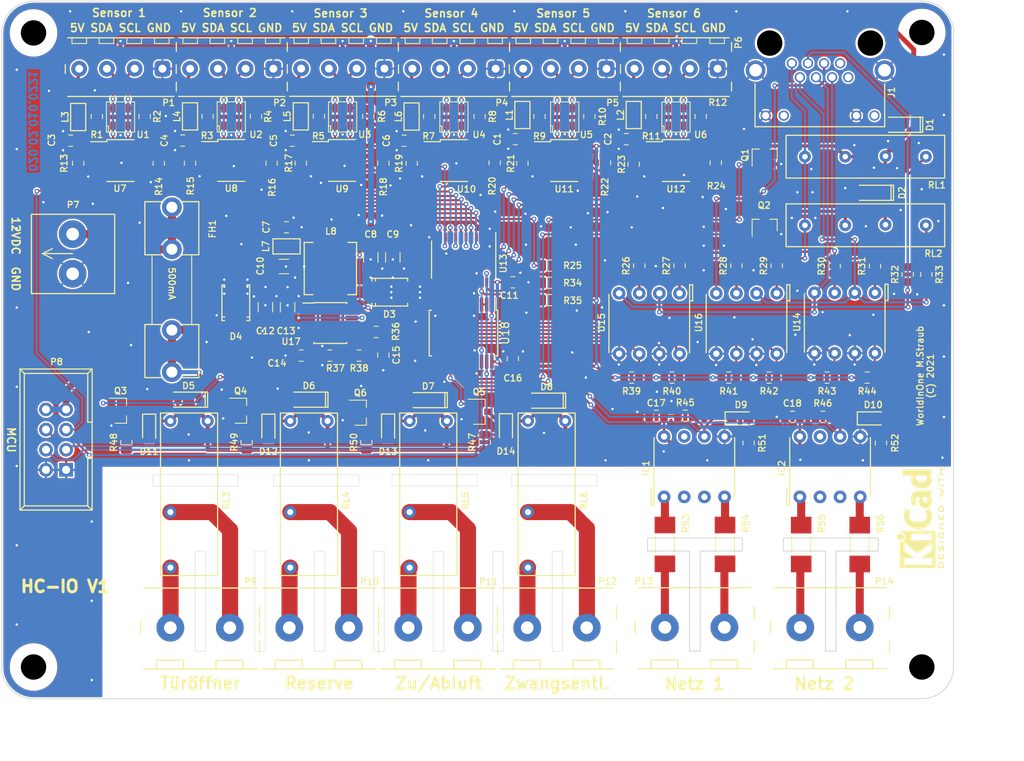
<source format=kicad_pcb>
(kicad_pcb (version 20241229) (generator "pcbnew") (generator_version "9.0")
  (title_block (title "HomeControl Temperature/Humidity Sensor Interface") (date "2020-11-23") (rev "1.0") (company "WorldInOne M.Straub"))
  (layers (0 "F.Cu" signal) (2 "B.Cu" signal) (5 "F.SilkS" user "F.Silkscreen") (7 "B.SilkS" user "B.Silkscreen") (1 "F.Mask" user) (3 "B.Mask" user) (25 "Edge.Cuts" user))
  (net 0 "")
  (net 1 "Net-(D1-Pad2)")
  (net 2 "GND")
  (net 3 "Net-(C14-Pad1)")
  (net 4 "Net-(C15-Pad1)")
  (net 5 "Net-(D12-Pad1)")
  (net 6 "/5V ")
  (net 7 "Net-(IC2-Pad1)")
  (net 8 "Net-(L1-Pad2)")
  (net 9 "Net-(L2-Pad2)")
  (net 10 "Net-(L3-Pad2)")
  (net 11 "Net-(L4-Pad2)")
  (net 12 "/230V & general interface/230V1")
  (net 13 "Net-(L5-Pad2)")
  (net 14 "Net-(L6-Pad2)")
  (net 15 "Net-(R13-Pad2)")
  (net 16 "Net-(R17-Pad2)")
  (net 17 "/AM2315 sensors I2C interface/S0SDA")
  (net 18 "/AM2315 sensors I2C interface/S0SCL")
  (net 19 "/AM2315 sensors I2C interface/S1SDA")
  (net 20 "Net-(R18-Pad2)")
  (net 21 "/AM2315 sensors I2C interface/S1SCL")
  (net 22 "/AM2315 sensors I2C interface/S2SDA")
  (net 23 "Net-(R19-Pad2)")
  (net 24 "Net-(R20-Pad2)")
  (net 25 "Net-(IC1-Pad1)")
  (net 26 "/AM2315 sensors I2C interface/S2SCL")
  (net 27 "no_connect_(IC1-Pad2)")
  (net 28 "/SCL")
  (net 29 "/SDA")
  (net 30 "/AM2315 sensors I2C interface/S3SDA")
  (net 31 "/AM2315 sensors I2C interface/S3SCL")
  (net 32 "/AM2315 sensors I2C interface/S4SDA")
  (net 33 "Net-(P11-Pad1)")
  (net 34 "Net-(P11-Pad2)")
  (net 35 "Net-(P12-Pad1)")
  (net 36 "Net-(P12-Pad2)")
  (net 37 "no_connect_(IC1-Pad3)")
  (net 38 "no_connect_(IC2-Pad2)")
  (net 39 "/230V & general interface/230V2")
  (net 40 "Net-(IC2-Pad4)")
  (net 41 "no_connect_(IC2-Pad3)")
  (net 42 "Net-(R22-Pad2)")
  (net 43 "Net-(R23-Pad2)")
  (net 44 "/AM2315 sensors I2C interface/S4SCL")
  (net 45 "Net-(P13-Pad1)")
  (net 46 "Net-(P13-Pad2)")
  (net 47 "Net-(P14-Pad1)")
  (net 48 "/AM2315 sensors I2C interface/S5SDA")
  (net 49 "Net-(FH1-Pad1)")
  (net 50 "/AM2315 sensors I2C interface/S5SCL")
  (net 51 "Net-(R24-Pad2)")
  (net 52 "Net-(P14-Pad2)")
  (net 53 "no_connect_(U13-Pad17)")
  (net 54 "no_connect_(U13-Pad18)")
  (net 55 "no_connect_(U13-Pad19)")
  (net 56 "no_connect_(U13-Pad20)")
  (net 57 "Net-(D2-Pad2)")
  (net 58 "Net-(D13-Pad1)")
  (net 59 "Net-(D11-Pad1)")
  (net 60 "/12V")
  (net 61 "Net-(D14-Pad1)")
  (net 62 "Net-(D9-Pad2)")
  (net 63 "Net-(D12-Pad2)")
  (net 64 "Net-(R14-Pad2)")
  (net 65 "Net-(R15-Pad2)")
  (net 66 "Net-(R21-Pad2)")
  (net 67 "Net-(IC1-Pad4)")
  (net 68 "Net-(R16-Pad2)")
  (net 69 "/5VMCU")
  (net 70 "/NIORESET")
  (net 71 "Net-(D14-Pad2)")
  (net 72 "Net-(P9-Pad1)")
  (net 73 "/230V & general interface/AUX")
  (net 74 "/230V & general interface/DOOR")
  (net 75 "/230V & general interface/ZWANG")
  (net 76 "/230V & general interface/BTP6")
  (net 77 "/230V & general interface/ZUAB")
  (net 78 "/230V & general interface/ENTFON")
  (net 79 "Net-(R37-Pad2)")
  (net 80 "Net-(P9-Pad2)")
  (net 81 "Net-(P10-Pad1)")
  (net 82 "Net-(P10-Pad2)")
  (net 83 "Net-(D10-Pad2)")
  (net 84 "Net-(D11-Pad2)")
  (net 85 "Net-(R26-Pad1)")
  (net 86 "Net-(D13-Pad2)")
  (net 87 "Net-(R27-Pad1)")
  (net 88 "/NIOINT")
  (net 89 "/230V & general interface/BTP5")
  (net 90 "/230V & general interface/BTP4")
  (net 91 "/230V & general interface/BTP3")
  (net 92 "Net-(R28-Pad1)")
  (net 93 "/230V & general interface/BTP2")
  (net 94 "Net-(R30-Pad1)")
  (net 95 "no_connect_(U18-Pad4)")
  (net 96 "Net-(R29-Pad1)")
  (net 97 "Net-(R31-Pad1)")
  (net 98 "Net-(R32-Pad1)")
  (net 99 "Net-(R33-Pad1)")
  (net 100 "no_connect_(U18-Pad5)")
  (net 101 "no_connect_(J1-Pad8)")
  (net 102 "no_connect_(J1-Pad7)")
  (net 103 "/230V & general interface/BTP1")
  (net 104 "/230V & general interface/BTL6")
  (net 105 "/230V & general interface/BTL3")
  (net 106 "/230V & general interface/BTL4")
  (net 107 "/230V & general interface/BTL1")
  (net 108 "no_connect_(J1-PadGA)")
  (net 109 "no_connect_(J1-PadYA)")
  (net 110 "/230V & general interface/BTL7")
  (net 111 "/230V & general interface/ENTFRH")
  (net 112 "/230V & general interface/BTL5")
  (net 113 "Net-(D3-Pad1)")
  (net 114 "Net-(R36-Pad2)")
  (footprint "Resistor_SMD:R_0805_2012Metric" (layer "F.Cu") (at 200.8505 111.73968 90)
    (property "Reference" "R52")
    (property "Value" "4.7K")
  )
  (footprint "Resistor_SMD:R_0805_2012Metric" (layer "F.Cu") (at 204.216 90.4748 -90)
    (property "Reference" "R32")
    (property "Value" "10K")
  )
  (footprint "Resistor_SMD:R_0805_2012Metric" (layer "F.Cu") (at 182.626 89.378 90)
    (property "Reference" "R28")
    (property "Value" "150E")
  )
  (footprint "Diodes_SMD:SOD-323" (layer "F.Cu") (at 203.708 71.58736 180)
    (property "Reference" "D1")
    (property "Value" "1N4148WS")
  )
  (footprint "Housings_DIP:DIP-8_W7.62mm_Socketed" (layer "F.Cu") (at 173.504422 118.538283 90)
    (property "Reference" "IC1")
    (property "Value" "HCPL-3760")
  )
  (footprint "Housings_TO_SOT_SMD:SOT-23" (layer "F.Cu") (at 120.108696 107.66645)
    (property "Reference" "Q4")
    (property "Value" "BSS138")
  )
  (footprint "Terminal_Blocks:Terminal_Block_KF128_7.5mm-2pol" (layer "F.Cu") (at 115 135.04025 180)
    (property "Reference" "P9")
    (property "Value" "KF128-7.5-2")
  )
  (footprint "Inductors_SMD:INDC2012X110" (layer "F.Cu") (at 155.6385 70.358 90)
    (property "Reference" "L1")
    (property "Value" "FB")
  )
  (footprint "Inductors_SMD:INDC2012X110" (layer "F.Cu") (at 141.6685 70.5485 90)
    (property "Reference" "L6")
    (property "Value" "FB")
  )
  (footprint "Capacitor_SMD:C_0805_2012Metric_95" (layer "F.Cu") (at 168.7345 73.406 180)
    (property "Reference" "C2")
    (property "Value" "1µ")
  )
  (footprint "Capacitor_SMD:C_0805_2012Metric_95" (layer "F.Cu") (at 112.791 73.5815 180)
    (property "Reference" "C4")
    (property "Value" "1µ")
  )
  (footprint "Capacitor_SMD:C_0805_2012Metric_60" (layer "F.Cu") (at 189.687865 108.441002)
    (property "Reference" "C18")
    (property "Value" "100N")
  )
  (footprint "Capacitor_SMD:C_0805_2012Metric_95" (layer "F.Cu") (at 126.619 73.5965 180)
    (property "Reference" "C5")
    (property "Value" "1µ")
  )
  (footprint "Diodes_SMD:SMA_Standard" (layer "F.Cu") (at 119.507 94.0435 90)
    (property "Reference" "D4")
    (property "Value" "SS34")
  )
  (footprint "Terminal_Blocks:KF128-4-3.5" (layer "F.Cu") (at 132.9944 64.5 180)
    (property "Reference" "P3")
    (property "Value" "KF128-4-3.5")
  )
  (footprint "Capacitor_SMD:C_0805_2012Metric_60" (layer "F.Cu") (at 125.883858 84.5185)
    (property "Reference" "C7")
    (property "Value" "100N")
  )
  (footprint "Housings_DIP:DIP-8_W7.62mm_Socketed" (layer "F.Cu") (at 175.4505 92.85224 -90)
    (property "Reference" "U15")
    (property "Value" "LTV-827C")
  )
  (footprint "Housings_TO_SOT_SMD:SOT-23-6" (layer "F.Cu") (at 104.9655 70.612 90)
    (property "Reference" "U1")
    (property "Value" "USBLC6-2SC6")
  )
  (footprint "Resistor_SMD:R_0805_2012Metric" (layer "F.Cu") (at 159.0675 91.53144 180)
    (property "Reference" "R34")
    (property "Value" "2.2K")
  )
  (footprint "Resistor_SMD:R_0805_2012Metric" (layer "F.Cu") (at 186.7385 103.48468)
    (property "Reference" "R42")
    (property "Value" "1K")
  )
  (footprint "Capacitor_SMD:C_1206_3216Metric_95" (layer "F.Cu") (at 126.03099 94.615 90)
    (property "Reference" "C13")
    (property "Value" "22µ")
  )
  (footprint "Diodes_SMD:SOD-323" (layer "F.Cu") (at 158.691796 106.3962 180)
    (property "Reference" "D8")
    (property "Value" "1N4148WS")
  )
  (footprint "Resistor_SMD:R_0805_2012Metric" (layer "F.Cu") (at 101.981 70.5485 90)
    (property "Reference" "R1")
    (property "Value" "680E")
  )
  (footprint "Housings_TO_SOT_SMD:SOT-23" (layer "F.Cu") (at 150.182296 107.79345)
    (property "Reference" "Q5")
    (property "Value" "BSS138")
  )
  (footprint "Diodes_SMD:SOD-323" (layer "F.Cu") (at 113.547796 106.2692 180)
    (property "Reference" "D5")
    (property "Value" "1N4148WS")
  )
  (footprint "MountingHole:MountingHole_3.2mm_M3" (layer "F.Cu") (at 94 140)
    (property "Reference" "MH3" (hide yes))
    (property "Value" "MHNP_M3")
  )
  (footprint "Resistor_SMD:R_0805_2012Metric" (layer "F.Cu") (at 122.047 70.5335 -90)
    (property "Reference" "R4")
    (property "Value" "680E")
  )
  (footprint "Resistor_SMD:R_0805_2012Metric" (layer "F.Cu") (at 108.0135 70.5485 -90)
    (property "Reference" "R2")
    (property "Value" "680E")
  )
  (footprint "Housings_SOIC:SOIC-8_3.9x4.9mm_Pitch1.27mm" (layer "F.Cu") (at 132.9055 76.185)
    (property "Reference" "U9")
    (property "Value" "P82B715")
  )
  (footprint "Inductors_SMD:INDC2012X110" (layer "F.Cu") (at 125.899858 86.9315 180)
    (property "Reference" "L7")
    (property "Value" "FB")
  )
  (footprint "Inductors_SMD:INDC2012X110" (layer "F.Cu") (at 113.7285 70.5335 90)
    (property "Reference" "L4")
    (property "Value" "FB")
  )
  (footprint "Resistor_SMD:R_0805_2012Metric" (layer "F.Cu") (at 150.241 70.5485 -90)
    (property "Reference" "R8")
    (property "Value" "680E")
  )
  (footprint "Housings_TO_SOT_SMD:SOT-23-6" (layer "F.Cu") (at 132.969 70.597 90)
    (property "Reference" "U3")
    (property "Value" "USBLC6-2SC6")
  )
  (footprint "Housings_TO_SOT_SMD:SOT-23-6" (layer "F.Cu") (at 175.006 70.612 90)
    (property "Reference" "U6")
    (property "Value" "USBLC6-2SC6")
  )
  (footprint "MountingHole:MountingHole_3.2mm_M3" (layer "F.Cu") (at 206 140)
    (property "Reference" "MH4" (hide yes))
    (property "Value" "MHNP_M3")
  )
  (footprint "Resistor_SMD:R_0805_2012Metric" (layer "F.Cu") (at 113.7285 76.439 -90)
    (property "Reference" "R15")
    (property "Value" "2.2K")
  )
  (footprint "Housings_DIP:DIP-8_W7.62mm_Socketed" (layer "F.Cu") (at 200.0885 92.7862 -90)
    (property "Reference" "U14")
    (property "Value" "LTV-827C")
  )
  (footprint "Resistor_SMD:R_MELF_MMB-0207" (layer "F.Cu") (at 190.789032 124.55144 -90)
    (property "Reference" "R55")
    (property "Value" "82K")
  )
  (footprint "Resistor_SMD:R_0805_2012Metric" (layer "F.Cu") (at 171.8945 70.5485 90)
    (property "Reference" "R11")
    (property "Value" "680E")
  )
  (footprint "Housings_TO_SOT_SMD:SOT-23" (layer "F.Cu") (at 186.182 75.41768 90)
    (property "Reference" "Q1")
    (property "Value" "BSS138")
  )
  (footprint "Resistor_SMD:R_0805_2012Metric" (layer "F.Cu") (at 150.893496 111.63115 -90)
    (property "Reference" "R47")
    (property "Value" "3.3K")
  )
  (footprint "LEDs:LED_0805" (layer "F.Cu") (at 123.613896 110.00325 -90)
    (property "Reference" "D12")
    (property "Value" "LED0805-G")
  )
  (footprint "Housings_TO_SOT_SMD:SOT-23" (layer "F.Cu") (at 135.205071 107.91025)
    (property "Reference" "Q6")
    (property "Value" "BSS138")
  )
  (footprint "Resistor_SMD:R_0805_2012Metric" (layer "F.Cu") (at 195.0085 89.41816 90)
    (property "Reference" "R30")
    (property "Value" "150E")
  )
  (footprint "Housings_SOIC:SOIC-8_3.9x4.9mm_Pitch1.27mm" (layer "F.Cu") (at 147.0025 76.2)
    (property "Reference" "U10")
    (property "Value" "P82B715")
  )
  (footprint "Resistor_SMD:R_0805_2012Metric" (layer "F.Cu") (at 141.6835 76.454 -90)
    (property "Reference" "R19")
    (property "Value" "2.2K")
  )
  (footprint "Relays_THT:Relais_G5NB" (layer "F.Cu") (at 113.611296 118.2072 -90)
    (property "Reference" "RL3")
    (property "Value" "G5NB-5")
  )
  (footprint "Resistor_SMD:R_MELF_MMB-0207" (layer "F.Cu") (at 198.171835 124.55144 -90)
    (property "Reference" "R56")
    (property "Value" "82K")
  )
  (footprint "Resistor_SMD:R_0805_2012Metric" (layer "F.Cu") (at 169.672 76.581 -90)
    (property "Reference" "R23")
    (property "Value" "2.2K")
  )
  (footprint "Relays_THT:Relais_G5NB" (layer "F.Cu") (at 128.724296 118.2072 -90)
    (property "Reference" "RL4")
    (property "Value" "G5NB-5")
  )
  (footprint "Capacitor_SMD:C_1206_3216Metric_95" (layer "F.Cu") (at 123.23699 94.615 90)
    (property "Reference" "C12")
    (property "Value" "22µ")
  )
  (footprint "Relays_THT:Relais_G5NB" (layer "F.Cu") (at 143.769296 118.2072 -90)
    (property "Reference" "RL5")
    (property "Value" "G5NB-5")
  )
  (footprint "Resistor_SMD:R_0805_2012Metric" (layer "F.Cu") (at 137.20699 97.7265 180)
    (property "Reference" "R36")
    (property "Value" "27K")
  )
  (footprint "Terminal_Blocks:KF128-4-3.5" (layer "F.Cu") (at 175.006 64.516 180)
    (property "Reference" "P6")
    (property "Value" "KF128-4-3.5")
  )
  (footprint "Resistor_SMD:R_0805_2012Metric" (layer "F.Cu") (at 159.0675 93.71076 180)
    (property "Reference" "R35")
    (property "Value" "2.2K")
  )
  (footprint "Terminal_Blocks:Terminal_Block_KF128_7.5mm-2pol" (layer "F.Cu") (at 160 135.04025 180)
    (property "Reference" "P12")
    (property "Value" "KF128-7.5-2")
  )
  (footprint "Housings_SOIC:SOIC-8_3.9x4.9mm_Pitch1.27mm" (layer "F.Cu") (at 104.9655 76.2)
    (property "Reference" "U7")
    (property "Value" "P82B715")
  )
  (footprint "Resistor_SMD:R_0805_2012Metric" (layer "F.Cu") (at 166.0525 76.3905 -90)
    (property "Reference" "R22")
    (property "Value" "2.2K")
  )
  (footprint "Terminal_Blocks:KF128-4-3.5" (layer "F.Cu") (at 147.0152 64.516 180)
    (property "Reference" "P4")
    (property "Value" "KF128-4-3.5")
  )
  (footprint "Terminal_Blocks:KF128-4-3.5" (layer "F.Cu") (at 118.9912 64.516 180)
    (property "Reference" "P2")
    (property "Value" "KF128-4-3.5")
  )
  (footprint "Symbol:KiCad-Logo2_5mm_SilkScreen" (layer "F.Cu") (at 205.8035 121.24944 90)
    (property "Reference" "REF**" (hide yes))
    (property "Value" "KiCad-Logo2_5mm_SilkScreen" (hide yes))
  )
  (footprint "Housings_TO_SOT_SMD:SOT-23" (layer "F.Cu") (at 186.182 84.26704 90)
    (property "Reference" "Q2")
    (property "Value" "BSS138")
  )
  (footprint "Resistor_SMD:R_0805_2012Metric" (layer "F.Cu") (at 181.6585 103.48468)
    (property "Reference" "R41")
    (property "Value" "1K")
  )
  (footprint "Resistor_SMD:R_0805_2012Metric" (layer "F.Cu") (at 109.7915 76.454 -90)
    (property "Reference" "R14")
    (property "Value" "2.2K")
  )
  (footprint "Resistor_SMD:R_0805_2012Metric" (layer "F.Cu") (at 194.041 103.48468)
    (property "Reference" "R43")
    (property "Value" "1K")
  )
  (footprint "Terminal_Blocks:KF128-2-5.0" (layer "F.Cu") (at 98.933 87.884 90)
    (property "Reference" "P7")
    (property "Value" "KF128-2-5.0")
  )
  (footprint "Resistor_SMD:R_0805_2012Metric" (layer "F.Cu") (at 164.084 70.5485 -90)
    (property "Reference" "R10")
    (property "Value" "680E")
  )
  (footprint "Relays_THT:SIP-1A5" (layer "F.Cu") (at 198.882 75.6158)
    (property "Reference" "RL1")
    (property "Value" "SIP-1A5")
  )
  (footprint "Capacitor_SMD:C_0805_2012Metric_60" (layer "F.Cu") (at 154.432 101.10724 -90)
    (property "Reference" "C16")
    (property "Value" "100N")
  )
  (footprint "Resistor_SMD:R_0805_2012Metric" (layer "F.Cu") (at 105.704596 111.67965 -90)
    (property "Reference" "R48")
    (property "Value" "3.3K")
  )
  (footprint "Resistor_SMD:R_0805_2012Metric" (layer "F.Cu") (at 124.0155 76.439 -90)
    (property "Reference" "R16")
    (property "Value" "2.2K")
  )
  (footprint "Housings_SSOP:TSSOP-24_4.4x7.8mm_Pitch0.65mm" (layer "F.Cu") (at 148.209 88.59827 -90)
    (property "Reference" "U13")
    (property "Value" "PCA9548A")
  )
  (footprint "Capacitor_SMD:C_1206_3216Metric_95" (layer "F.Cu") (at 136.52049 88.3315 -90)
    (property "Reference" "C8")
    (property "Value" "22µ")
  )
  (footprint "Resistor_SMD:R_MELF_MMB-0207" (layer "F.Cu") (at 173.609 124.5333 -90)
    (property "Reference" "R53")
    (property "Value" "82K")
  )
  (footprint "Terminal_Blocks:Terminal_Block_KF128_7.5mm-2pol" (layer "F.Cu") (at 145 135.04025 180)
    (property "Reference" "P11")
    (property "Value" "KF128-7.5-2")
  )
  (footprint "Housings_DIP:DIP-8_W7.62mm_Socketed" (layer "F.Cu") (at 190.618835 118.538283 90)
    (property "Reference" "IC2")
    (property "Value" "HCPL-3760")
  )
  (footprint "Housings_TO_SOT_SMD:SOT-23-6" (layer "F.Cu") (at 118.9355 70.597 90)
    (property "Reference" "U2")
    (property "Value" "USBLC6-2SC6")
  )
  (footprint "Fuse_Holders_and_Fuses:Fuseholder5x20_horizontal_open_inline_1" (layer "F.Cu") (at 111.4425 92.3925 -90)
    (property "Reference" "FH1")
    (property "Value" "FC5X20")
  )
  (footprint "Terminal_Blocks:Terminal_Block_KF128_7.5mm-2pol" (layer "F.Cu") (at 130 135.04025 180)
    (property "Reference" "P10")
    (property "Value" "KF128-7.5-2")
  )
  (footprint "Capacitor_SMD:C_0805_2012Metric_60" (layer "F.Cu") (at 154.432 91.4654)
    (property "Reference" "C11")
    (property "Value" "100N")
  )
  (footprint "LEDs:LED_0805" (layer "F.Cu") (at 108.577096 110.00325 -90)
    (property "Reference" "D11")
    (property "Value" "LED0805-G")
  )
  (footprint "Resistor_SMD:R_0805_2012Metric" (layer "F.Cu") (at 175.4505 89.378 90)
    (property "Reference" "R27")
    (property "Value" "150E")
  )
  (footprint "Capacitor_SMD:C_0805_2012Metric_60" (layer "F.Cu") (at 138.09599 100.6475 -90)
    (property "Reference" "C15")
    (property "Value" "1.8N")
  )
  (footprint "Resistor_SMD:R_0805_2012Metric" (layer "F.Cu") (at 200.0885 89.41816 90)
    (property "Reference" "R31")
    (property "Value" "560E")
  )
  (footprint "Capacitor_SMD:C_0805_2012Metric_60" (layer "F.Cu") (at 127.74549 100.711 180)
    (property "Reference" "C14")
    (property "Value" "100N")
  )
  (footprint "Resistor_SMD:R_0805_2012Metric" (layer "F.Cu") (at 131.36499 100.711)
    (property "Reference" "R37")
    (property "Value" "9.53K")
  )
  (footprint "Housings_TO_SOT_SMD:SOT-23-6" (layer "F.Cu") (at 160.9725 70.612 90)
    (property "Reference" "U5")
    (property "Value" "USBLC6-2SC6")
  )
  (footprint "Relays_THT:Relais_G5NB" (layer "F.Cu") (at 158.691796 118.2072 -90)
    (property "Reference" "RL6")
    (property "Value" "G5NB-5")
  )
  (footprint "Connectors:RJ45_LEDs_Shield" (layer "F.Cu") (at 199.517 61.28512 180)
    (property "Reference" "J1")
    (property "Value" "RJ45_LEDs_Shield")
  )
  (footprint "LEDs:LED_0805" (layer "F.Cu") (at 183.10098 108.6358)
    (property "Reference" "D9")
    (property "Value" "LED0805-Y")
  )
  (footprint "LEDs:LED_0805" (layer "F.Cu") (at 153.560496 109.95245 -90)
    (property "Reference" "D14")
    (property "Value" "LED0805-G")
  )
  (footprint "Resistor_SMD:R_0805_2012Metric" (layer "F.Cu") (at 184.15 111.73968 90)
    (property "Reference" "R51")
    (property "Value" "4.7K")
  )
  (footprint "Resistor_SMD:R_0805_2012Metric" (layer "F.Cu") (at 129.9845 70.5335 90)
    (property "Reference" "R5")
    (property "Value" "680E")
  )
  (footprint "Housings_SOIC:SOIC-8_3.9x4.9mm_Pitch1.27mm" (layer "F.Cu") (at 118.9355 76.185)
    (property "Reference" "U8")
    (property "Value" "P82B715")
  )
  (footprint "Capacitor_SMD:C_0805_2012Metric_60" (layer "F.Cu") (at 172.547322 108.321622)
    (property "Reference" "C17")
    (property "Value" "100N")
  )
  (footprint "Resistor_SMD:R_0805_2012Metric" (layer "F.Cu") (at 127.6985 76.439 -90)
    (property "Reference" "R17")
    (property "Value" "2.2K")
  )
  (footprint "Housings_TO_SOT_SMD:SOT-23" (layer "F.Cu") (at 104.970296 107.66645)
    (property "Reference" "Q3")
    (property "Value" "BSS138")
  )
  (footprint "LEDs:LED_0805" (layer "F.Cu") (at 138.701496 109.98547 -90)
    (property "Reference" "D13")
    (property "Value" "LED0805-G")
  )
  (footprint "Terminal_Blocks:KF128-4-3.5" (layer "F.Cu") (at 160.9852 64.516 180)
    (property "Reference" "P5")
    (property "Value" "KF128-4-3.5")
  )
  (footprint "Resistor_SMD:R_0805_2012Metric" (layer "F.Cu") (at 115.951 70.5335 90)
    (property "Reference" "R3")
    (property "Value" "680E")
  )
  (footprint "Relays_THT:SIP-1A5" (layer "F.Cu") (at 198.882 84.26704)
    (property "Reference" "RL2")
    (property "Value" "SIP-1A5")
  )
  (footprint "Housings_DIP:DIP-8_W7.62mm_Socketed" (layer "F.Cu") (at 187.706 92.85224 -90)
    (property "Reference" "U16")
    (property "Value" "LTV-827C")
  )
  (footprint "Resistor_SMD:R_0805_2012Metric" (layer "F.Cu") (at 155.6385 76.454 -90)
    (property "Reference" "R21")
    (property "Value" "2.2K")
  )
  (footprint "Resistor_SMD:R_MELF_MMB-0207" (layer "F.Cu") (at 181.187922 124.5333 -90)
    (property "Reference" "R54")
    (property "Value" "82K")
  )
  (footprint "Inductors_SMD:INDC2012X110" (layer "F.Cu") (at 99.6315 70.612 90)
    (property "Reference" "L3")
    (property "Value" "FB")
  )
  (footprint "Resistor_SMD:R_0805_2012Metric" (layer "F.Cu") (at 206.5655 90.4748 -90)
    (property "Reference" "R33")
    (property "Value" "10K")
  )
  (footprint "Terminal_Blocks:KF128-4-3.5" (layer "F.Cu") (at 105.0036 64.516 180)
    (property "Reference" "P1")
    (property "Value" "KF128-4-3.5")
  )
  (footprint "Housings_SOIC:SOIC-8-1EP_3.9x4.9mm_Pitch1.27mm_PowerPAD" (layer "F.Cu") (at 131.42149 96.604)
    (property "Reference" "U17")
    (property "Value" "AOZ3015")
  )
  (footprint "Diodes_SMD:SOD-323" (layer "F.Cu") (at 143.769296 106.3327 180)
    (property "Reference" "D7")
    (property "Value" "1N4148WS")
  )
  (footprint "Resistor_SMD:R_0805_2012Metric" (layer "F.Cu") (at 138.1125 76.439 -90)
    (property "Reference" "R18")
    (property "Value" "2.2K")
  )
  (footprint "Diodes_SMD:SOD-323" (layer "F.Cu") (at 128.724296 106.2692 180)
    (property "Reference" "D6")
    (property "Value" "1N4148WS")
  )
  (footprint "LEDs:LED_0805" (layer "F.Cu") (at 199.771 108.6358)
    (property "Reference" "D10")
    (property "Value" "LED0805-Y")
  )
  (footprint "Inductors_SMD:INDC2012X110" (layer "F.Cu") (at 169.672 70.358 90)
    (property "Reference" "L2")
    (property "Value" "FB")
  )
  (footprint "Capacitor_SMD:C_1206_3216Metric_95" (layer "F.Cu") (at 139.30249 88.3315 -90)
    (property "Reference" "C9")
    (property "Value" "22µ")
  )
  (footprint "Resistor_SMD:R_0805_2012Metric" (layer "F.Cu") (at 187.706 89.378 90)
    (property "Reference" "R29")
    (property "Value" "150E")
  )
  (footprint "Housings_SOIC:SOIC-8_3.9x4.9mm_Pitch1.27mm" (layer "F.Cu") (at 160.909 76.2)
    (property "Reference" "U11")
    (property "Value" "P82B715")
  )
  (footprint "Resistor_SMD:R_0805_2012Metric" (layer "F.Cu") (at 143.891 70.5485 90)
    (property "Reference" "R7")
    (property "Value" "680E")
  )
  (footprint "Resistor_SMD:R_0805_2012Metric" (layer "F.Cu") (at 180.0225 76.3905 -90)
    (property "Reference" "R24")
    (property "Value" "2.2K")
  )
  (footprint "Resistor_SMD:R_0805_2012Metric" (layer "F.Cu") (at 136.2075 70.5335 -90)
    (property "Reference" "R6")
    (property "Value" "680E")
  )
  (footprint "Capacitor_SMD:C_0805_2012Metric_95" (layer "F.Cu") (at 140.731 73.5965 180)
    (property "Reference" "C6")
    (property "Value" "1µ")
  )
  (footprint "Diodes_SMD:SOD-323" (layer "F.Cu") (at 200.025 80.17256 180)
    (property "Reference" "D2")
    (property "Value" "1N4148WS")
  )
  (footprint "Capacitor_SMD:C_0805_2012Metric_95" (layer "F.Cu") (at 98.679 73.5965 180)
    (property "Reference" "C3")
    (property "Value" "1µ")
  )
  (footprint "Resistor_SMD:R_0805_2012Metric" (layer "F.Cu") (at 193.531365 108.441362)
    (property "Reference" "R46")
    (property "Value" "4.7K")
  )
  (footprint "Resistor_SMD:R_0805_2012Metric" (layer "F.Cu") (at 170.3705 89.378 90)
    (property "Reference" "R26")
    (property "Value" "150E")
  )
  (footprint "Capacitor_SMD:C_0805_2012Metric_95" (layer "F.Cu") (at 154.7495 73.406 180)
    (property "Reference" "C1")
    (property "Value" "1µ")
  )
  (footprint "Housings_TO_SOT_SMD:SOT-23-6" (layer "F.Cu") (at 147.0025 70.612 90)
    (property "Reference" "U4")
    (property "Value" "USBLC6-2SC6")
  )
  (footprint "Terminal_Blocks:Terminal_Block_KF128_7.5mm-2pol" (layer "F.Cu") (at 194.425335 135.00136 180)
    (property "Reference" "P14")
    (property "Value" "KF128-7.5-2")
  )
  (footprint "Capacitor_SMD:C_1206_3216Metric_95" (layer "F.Cu") (at 125.566358 89.4715)
    (property "Reference" "C10")
    (property "Value" "22µ")
  )
  (footprint "Resistor_SMD:R_0805_2012Metric" (layer "F.Cu") (at 159.0675 89.35212)
    (property "Reference" "R25")
    (property "Value" "2.2K")
  )
  (footprint "Resistor_SMD:R_0805_2012Metric" (layer "F.Cu") (at 178.1175 70.5485 -90)
    (property "Reference" "R12")
    (property "Value" "680E")
  )
  (footprint "MountingHole:MountingHole_3.2mm_M3" (layer "F.Cu") (at 206 59.946)
    (property "Reference" "MH2" (hide yes))
    (property "Value" "MHNP_M3")
  )
  (footprint "Inductors_SMD:Inductor_0630" (layer "F.Cu") (at 131.42849 89.7255 90)
    (property "Reference" "L8")
    (property "Value" "10µ")
  )
  (footprint "Terminal_Blocks:Terminal_Block_KF128_7.5mm-2pol" (layer "F.Cu") (at 177.355634 135.001421 180)
    (property "Reference" "P13")
    (property "Value" "KF128-7.5-2")
  )
  (footprint "Resistor_SMD:R_0805_2012Metric" (layer "F.Cu") (at 176.174922 108.296222)
    (property "Reference" "R45")
    (property "Value" "4.7K")
  )
  (footprint "Resistor_SMD:R_0805_2012Metric" (layer "F.Cu") (at 152.146 76.3905 -90)
    (property "Reference" "R20")
    (property "Value" "2.2K")
  )
  (footprint "Resistor_SMD:R_0805_2012Metric" (layer "F.Cu") (at 199.106 103.48468)
    (property "Reference" "R44")
    (property "Value" "1K")
  )
  (footprint "Resistor_SMD:R_0805_2012Metric" (layer "F.Cu") (at 135.04799 100.711)
    (property "Reference" "R38")
    (property "Value" "49.9K")
  )
  (footprint "Inductors_SMD:INDC2012X110" (layer "F.Cu") (at 127.6985 70.5335 90)
    (property "Reference" "L5")
    (property "Value" "FB")
  )
  (footprint "Resistor_SMD:R_0805_2012Metric" (layer "F.Cu") (at 120.870696 111.65655 -90)
    (property "Reference" "R49")
    (property "Value" "3.3K")
  )
  (footprint "Resistor_SMD:R_0805_2012Metric" (layer "F.Cu") (at 157.7975 70.5485 90)
    (property "Reference" "R9")
    (property "Value" "680E")
  )
  (footprint "Connectors:IDC_Header_Straight_8pins" (layer "F.Cu") (at 96.8375 111.3155 90)
    (property "Reference" "P8")
    (property "Value" "IDCMV-4-2")
  )
  (footprint "Resistor_SMD:R_0805_2012Metric" (layer "F.Cu") (at 174.483 103.48468)
    (property "Reference" "R40")
    (property "Value" "1K")
  )
  (footprint "Resistor_SMD:R_0805_2012Metric" (layer "F.Cu") (at 169.403 103.48468)
    (property "Reference" "R39")
    (property "Value" "1K")
  )
  (footprint "Resistor_SMD:R_0805_2012Metric" (layer "F.Cu") (at 99.6315 76.454 -90)
    (property "Reference" "R13")
    (property "Value" "2.2K")
  )
  (footprint "Diodes_SMD:SMA_Standard" (layer "F.Cu") (at 138.92149 92.71)
    (property "Reference" "D3")
    (property "Value" "SS34")
  )
  (footprint "Housings_SOIC:SOIC-8_3.9x4.9mm_Pitch1.27mm" (layer "F.Cu") (at 175.006 76.2)
    (property "Reference" "U12")
    (property "Value" "P82B715")
  )
  (footprint "Resistor_SMD:R_0805_2012Metric" (layer "F.Cu") (at 135.958296 111.65655 -90)
    (property "Reference" "R50")
    (property "Value" "3.3K")
  )
  (footprint "Housings_SSOP:SSOP-24_5.3x8.2mm_Pitch0.65mm" (layer "F.Cu") (at 148.209 97.87128 -90)
    (property "Reference" "U18")
    (property "Value" "PCF8575")
  )
  (footprint "MountingHole:MountingHole_3.2mm_M3" (layer "F.Cu") (at 94 60)
    (property "Reference" "MH1" (hide yes))
    (property "Value" "MHNP_M3")
  )
  (gr_arc (start 89.999998 59.999998) (mid 91.171572 57.171571) (end 94 56) (stroke (width 0.1)) (layer "Edge.Cuts"))
  (gr_arc (start 93.999998 144) (mid 91.171571 142.828426) (end 90 139.999998) (stroke (width 0.1)) (layer "Edge.Cuts"))
  (gr_rect (start 151.895296 125.38825) (end 153.228796 138.01713) (stroke (width 0.05)) (fill no) (layer "Edge.Cuts"))
  (gr_rect (start 124.278796 115.7307) (end 135.010296 117.1912) (stroke (width 0.05)) (fill no) (layer "Edge.Cuts"))
  (gr_poly (pts (xy 188.551585 125.37011) (xy 193.853835 125.37011) (xy 193.853835 137.99899) (xy 195.187335 137.99899) (xy 195.187335 125.37011) (xy 200.489585 125.37011) (xy 200.489585 123.71911) (xy 188.551585 123.71911) (xy 188.551585 125.37011)) (stroke (width 0.1)) (fill no) (layer "Edge.Cuts"))
  (gr_rect (start 136.895296 125.38825) (end 138.228796 138.01713) (stroke (width 0.05)) (fill no) (layer "Edge.Cuts"))
  (gr_line (start 94 56) (end 206 56) (stroke (width 0.1)) (layer "Edge.Cuts"))
  (gr_rect (start 144.395296 125.38825) (end 145.728796 138.01713) (stroke (width 0.05)) (fill no) (layer "Edge.Cuts"))
  (gr_arc (start 210 140) (mid 208.828426 142.828427) (end 205.999998 143.999998) (stroke (width 0.1)) (layer "Edge.Cuts"))
  (gr_rect (start 109.039296 115.7307) (end 119.770796 117.1912) (stroke (width 0.05)) (fill no) (layer "Edge.Cuts"))
  (gr_rect (start 114.395296 125.38825) (end 115.728796 138.01713) (stroke (width 0.05)) (fill no) (layer "Edge.Cuts"))
  (gr_rect (start 154.282546 115.70208) (end 165.014046 117.16258) (stroke (width 0.05)) (fill no) (layer "Edge.Cuts"))
  (gr_line (start 210 60) (end 210 140) (stroke (width 0.1)) (layer "Edge.Cuts"))
  (gr_line (start 205.999998 143.999998) (end 93.999998 144) (stroke (width 0.1)) (layer "Edge.Cuts"))
  (gr_poly (pts (xy 171.41825 125.37011) (xy 176.7205 125.37011) (xy 176.7205 137.99899) (xy 178.054 137.99899) (xy 178.054 125.37011) (xy 183.35625 125.37011) (xy 183.35625 123.71911) (xy 171.41825 123.71911) (xy 171.41825 125.37011)) (stroke (width 0.1)) (fill no) (layer "Edge.Cuts"))
  (gr_rect (start 139.201296 115.70208) (end 149.932796 117.16258) (stroke (width 0.05)) (fill no) (layer "Edge.Cuts"))
  (gr_rect (start 121.895296 125.38825) (end 123.228796 138.01713) (stroke (width 0.05)) (fill no) (layer "Edge.Cuts"))
  (gr_arc (start 206.000002 55.999998) (mid 208.828429 57.171572) (end 210 60) (stroke (width 0.1)) (layer "Edge.Cuts"))
  (gr_line (start 90 140) (end 90 60) (stroke (width 0.1)) (layer "Edge.Cuts"))
  (gr_rect (start 159.395296 125.38825) (end 160.728796 138.01713) (stroke (width 0.05)) (fill no) (layer "Edge.Cuts"))
  (gr_rect (start 129.395296 125.38825) (end 130.728796 138.01713) (stroke (width 0.05)) (fill no) (layer "Edge.Cuts"))
  (gr_text "020.02.010.0221" (at 93.90975 71.11462 270) (layer "B.Cu") (effects (font (size 0.9906 0.9906) (thickness 0.24765)) (justify mirror)))
  (gr_text "Zu/Abluft" (at 145.061296 142.04375 0) (layer "F.SilkS") (effects (font (size 1.5 1.5) (thickness 0.3))))
  (gr_text "Netz 2" (at 193.695335 142.113 0) (layer "F.SilkS") (effects (font (size 1.5 1.5) (thickness 0.3))))
  (gr_text "5V SDA SCL GND" (at 104.9655 59.36975 0) (layer "F.SilkS") (effects (font (size 1 1) (thickness 0.2))))
  (gr_text "Türöffner" (at 115.030296 142.04375 0) (layer "F.SilkS") (effects (font (size 1.5 1.5) (thickness 0.3))))
  (gr_text "Sensor 1" (at 104.775 57.46475 0) (layer "F.SilkS") (effects (font (size 1 1) (thickness 0.2))))
  (gr_text "500mA" (at 111.4425 91.6305 270) (layer "F.SilkS") (effects (font (size 0.8128 0.8128) (thickness 0.1524))))
  (gr_text "5V SDA SCL GND" (at 132.969 59.36975 0) (layer "F.SilkS") (effects (font (size 1 1) (thickness 0.2))))
  (gr_text "Sensor 3" (at 132.715 57.52825 0) (layer "F.SilkS") (effects (font (size 1 1) (thickness 0.2))))
  (gr_text "HC-IO V1" (at 97.9805 129.83464 0) (layer "F.SilkS") (effects (font (size 1.5 1.5) (thickness 0.375))))
  (gr_text "Reserve" (at 130.016296 142.04375 0) (layer "F.SilkS") (effects (font (size 1.5 1.5) (thickness 0.3))))
  (gr_text "Sensor 6" (at 174.752 57.52825 0) (layer "F.SilkS") (effects (font (size 1 1) (thickness 0.2))))
  (gr_text "Netz 1" (at 177.338731 142.131561 0) (layer "F.SilkS") (effects (font (size 1.5 1.5) (thickness 0.3))))
  (gr_text "MCU" (at 91.186 111.34344 270) (layer "F.SilkS") (effects (font (size 1 1) (thickness 0.2))))
  (gr_text "5V SDA SCL GND" (at 160.909 59.36975 0) (layer "F.SilkS") (effects (font (size 1 1) (thickness 0.2))))
  (gr_text "Sensor 4" (at 146.685 57.52825 0) (layer "F.SilkS") (effects (font (size 1 1) (thickness 0.2))))
  (gr_text "Sensor 2" (at 118.745 57.46475 0) (layer "F.SilkS") (effects (font (size 1 1) (thickness 0.2))))
  (gr_text "5V SDA SCL GND" (at 174.9425 59.36975 0) (layer "F.SilkS") (effects (font (size 1 1) (thickness 0.2))))
  (gr_text "Zwangsentl." (at 160.047296 142.04375 0) (layer "F.SilkS") (effects (font (size 1.5 1.5) (thickness 0.3))))
  (gr_text "5V SDA SCL GND" (at 147.0025 59.36975 0) (layer "F.SilkS") (effects (font (size 1 1) (thickness 0.2))))
  (gr_text "WorldInOne M.Straub\n(C) 2021" (at 206.4385 103.28656 90) (layer "F.SilkS") (effects (font (size 0.8128 0.8128) (thickness 0.1524))))
  (gr_text "12VDC  GND" (at 91.7575 87.884 270) (layer "F.SilkS") (effects (font (size 1 1) (thickness 0.2))))
  (gr_text "5V SDA SCL GND" (at 118.999 59.36975 0) (layer "F.SilkS") (effects (font (size 1 1) (thickness 0.2))))
  (gr_text "Sensor 5" (at 160.782 57.52825 0) (layer "F.SilkS") (effects (font (size 1 1) (thickness 0.2))))
  (segment (start 194.99388 74.26768) (end 196.342 75.6158) (width 0.4064) (layer "F.Cu") (net 1))
  (segment (start 198.32956 75.6158) (end 202.358 71.58736) (width 0.4064) (layer "F.Cu") (net 1))
  (segment (start 196.342 75.6158) (end 198.32956 75.6158) (width 0.4064) (layer "F.Cu") (net 1))
  (segment (start 186.182 74.26768) (end 194.99388 74.26768) (width 0.4064) (layer "F.Cu") (net 1))
  (segment (start 130.41249 99.5045) (end 130.41249 100.696) (width 0.4064) (layer "F.Cu") (net 2))
  (segment (start 97.7415 73.5965) (end 97.7415 72.405) (width 0.4064) (layer "F.Cu") (net 2))
  (segment (start 155.68906 100.16974) (end 155.702 100.18268) (width 0.4064) (layer "F.Cu") (net 2))
  (segment (start 153.812 73.406) (end 153.812 74.564) (width 0.4064) (layer "F.Cu") (net 2))
  (segment (start 167.797 72.2145) (end 167.782 72.1995) (width 0.4064) (layer "F.Cu") (net 2))
  (segment (start 118.65102 92.9005) (end 120.42902 91.1225) (width 0.4064) (layer "F.Cu") (net 2))
  (segment (start 154.432 100.16974) (end 155.68906 100.16974) (width 0.4064) (layer "F.Cu") (net 2))
  (segment (start 172.306 78.105) (end 171.0055 78.105) (width 0.4064) (layer "F.Cu") (net 2))
  (segment (start 126.03099 92.075) (end 126.03099 93.215) (width 0.4064) (layer "F.Cu") (net 2))
  (segment (start 158.209 78.105) (end 156.9085 78.105) (width 0.4064) (layer "F.Cu") (net 2))
  (segment (start 172.847 99.12604) (end 172.847 100.48866) (width 0.3048) (layer "F.Cu") (net 2))
  (segment (start 118.58498 91.1225) (end 118.0465 91.1225) (width 0.4064) (layer "F.Cu") (net 2))
  (segment (start 140.92047 92.71) (end 141.61897 93.4085) (width 0.4064) (layer "F.Cu") (net 2))
  (segment (start 120.42902 91.1225) (end 120.9675 91.1225) (width 0.4064) (layer "F.Cu") (net 2))
  (segment (start 139.30249 89.7315) (end 140.69349 89.7315) (width 0.4064) (layer "F.Cu") (net 2))
  (segment (start 132.969 72.8195) (end 132.969 71.697) (width 0.4064) (layer "F.Cu") (net 2))
  (segment (start 160.9725 71.712) (end 160.9725 72.771) (width 0.4064) (layer "F.Cu") (net 2))
  (segment (start 144.3025 78.105) (end 143.002 78.105) (width 0.4064) (layer "F.Cu") (net 2))
  (segment (start 140.69349 89.7315) (end 140.69949 89.7255) (width 0.4064) (layer "F.Cu") (net 2))
  (segment (start 156.4005 91.4654) (end 155.3695 91.4654) (width 0.4064) (layer "F.Cu") (net 2))
  (segment (start 128.72149 97.239) (end 127.44849 97.239) (width 0.4064) (layer "F.Cu") (net 2))
  (segment (start 139.7935 72.405) (end 139.7785 72.39) (width 0.4064) (layer "F.Cu") (net 2))
  (segment (start 130.269 78.09) (end 128.9685 78.09) (width 0.4064) (layer "F.Cu") (net 2))
  (segment (start 124.63399 93.218) (end 123.23999 93.218) (width 0.4064) (layer "F.Cu") (net 2))
  (segment (start 187.132 85.41704) (end 188.25018 85.41704) (width 0.4064) (layer "F.Cu") (net 2))
  (segment (start 126.79299 83.312) (end 126.79299 84.490132) (width 0.4064) (layer "F.Cu") (net 2))
  (segment (start 140.92047 92.71) (end 140.22197 92.0115) (width 0.4064) (layer "F.Cu") (net 2))
  (segment (start 119.507 92.04452) (end 118.58498 91.1225) (width 0.4064) (layer "F.Cu") (net 2))
  (segment (start 125.8085 72.39) (end 125.7935 72.375) (width 0.4064) (layer "F.Cu") (net 2))
  (segment (start 126.966358 89.4715) (end 128.12649 89.4715) (width 0.4064) (layer "F.Cu") (net 2))
  (segment (start 126.966358 89.4715) (end 125.84049 89.4715) (width 0.4064) (layer "F.Cu") (net 2))
  (segment (start 142.73149 92.71) (end 140.92047 92.71) (width 0.4064) (layer "F.Cu") (net 2))
  (segment (start 153.812 73.406) (end 153.812 72.248) (width 0.4064) (layer "F.Cu") (net 2))
  (segment (start 120.9675 92.0115) (end 119.54002 92.0115) (width 0.4064) (layer "F.Cu") (net 2))
  (segment (start 126.03099 94.361) (end 126.03099 93.215) (width 0.4064) (layer "F.Cu") (net 2))
  (segment (start 151.1785 85.78081) (end 151.1785 86.59481) (width 0.254) (layer "F.Cu") (net 2))
  (segment (start 167.797 73.406) (end 167.797 72.2145) (width 0.4064) (layer "F.Cu") (net 2))
  (segment (start 151.1785 85.78081) (end 151.1785 85.04531) (width 0.254) (layer "F.Cu") (net 2))
  (segment (start 97.7415 74.788) (end 97.7265 74.803) (width 0.4064) (layer "F.Cu") (net 2))
  (segment (start 167.797 73.406) (end 167.797 74.5975) (width 0.4064) (layer "F.Cu") (net 2))
  (segment (start 140.22197 93.4085) (end 139.11199 93.4085) (width 0.4064) (layer "F.Cu") (net 2))
  (segment (start 117.939496 108.61645) (end 117.924296 108.63165) (width 0.4064) (layer "F.Cu") (net 2))
  (segment (start 136.52049 90.8565) (end 136.50849 90.8685) (width 0.4064) (layer "F.Cu") (net 2))
  (segment (start 127.80899 84.5185) (end 126.821358 84.5185) (width 0.4064) (layer "F.Cu") (net 2))
  (segment (start 185.136 101.90226) (end 185.136 100.52216) (width 0.4064) (layer "F.Cu") (net 2))
  (segment (start 97.7415 73.5965) (end 97.7415 74.788) (width 0.4064) (layer "F.Cu") (net 2))
  (segment (start 139.11199 92.71) (end 140.92047 92.71) (width 0.4064) (layer "F.Cu") (net 2))
  (segment (start 144.634 94.62504) (end 144.634 95.67296) (width 0.3048) (layer "F.Cu") (net 2))
  (segment (start 121.83999 93.218) (end 123.23399 93.218) (width 0.4064) (layer "F.Cu") (net 2))
  (segment (start 175.006 71.712) (end 175.006 72.771) (width 0.4064) (layer "F.Cu") (net 2))
  (segment (start 167.8005 101.83368) (end 167.8005 100.52216) (width 0.4064) (layer "F.Cu") (net 2))
  (segment (start 171.09567 107.80747) (end 170.127547 107.80747) (width 0.3048) (layer "F.Cu") (net 2))
  (segment (start 123.23699 94.361) (end 123.23699 93.215) (width 0.4064) (layer "F.Cu") (net 2))
  (segment (start 136.52049 89.7315) (end 136.52049 90.8565) (width 0.4064) (layer "F.Cu") (net 2))
  (segment (start 147.0025 71.712) (end 147.0025 72.8345) (width 0.4064) (layer "F.Cu") (net 2))
  (segment (start 104.9655 72.898) (end 104.9655 71.712) (width 0.508) (layer "F.Cu") (net 2))
  (segment (start 151.8285 85.78081) (end 151.8285 86.61781) (width 0.254) (layer "F.Cu") (net 2))
  (segment (start 123.23699 92.075) (end 123.23699 93.215) (width 0.4064) (layer "F.Cu") (net 2))
  (segment (start 151.1785 85.04531) (end 151.515 84.70881) (width 0.254) (layer "F.Cu") (net 2))
  (segment (start 139.30249 89.7315) (end 139.30249 88.5825) (width 0.4064) (layer "F.Cu") (net 2))
  (segment (start 126.03099 93.215) (end 127.42499 93.215) (width 0.4064) (layer "F.Cu") (net 2))
  (segment (start 153.812 74.564) (end 153.8605 74.6125) (width 0.4064) (layer "F.Cu") (net 2))
  (segment (start 149.834 101.47128) (end 149.834 100.2786) (width 0.3048) (layer "F.Cu") (net 2))
  (segment (start 171.609822 108.321622) (end 171.09567 107.80747) (width 0.3048) (layer "F.Cu") (net 2))
  (segment (start 97.7415 72.405) (end 97.7265 72.39) (width 0.4064) (layer "F.Cu") (net 2))
  (segment (start 127.44849 97.239) (end 127.42799 97.2185) (width 0.4064) (layer "F.Cu") (net 2))
  (segment (start 167.797 74.5975) (end 167.782 74.6125) (width 0.4064) (layer "F.Cu") (net 2))
  (segment (start 126.966358 90.851368) (end 126.98349 90.8685) (width 0.4064) (layer "F.Cu") (net 2))
  (segment (start 139.7935 73.5965) (end 139.7935 72.405) (width 0.4064) (layer "F.Cu") (net 2))
  (segment (start 137.96299 89.7315) (end 137.96899 89.7255) (width 0.4064) (layer "F.Cu") (net 2))
  (segment (start 149.834 91.44827) (end 149.834 90.36872) (width 0.3048) (layer "F.Cu") (net 2))
  (segment (start 124.63399 93.218) (end 126.02799 93.218) (width 0.4064) (layer "F.Cu") (net 2))
  (segment (start 149.834 90.36872) (end 149.86 90.34272) (width 0.3048) (layer "F.Cu") (net 2))
  (segment (start 120.36298 92.9005) (end 120.9675 92.9005) (width 0.4064) (layer "F.Cu") (net 2))
  (segment (start 118.958696 108.61645) (end 117.939496 108.61645) (width 0.4064) (layer "F.Cu") (net 2))
  (segment (start 127.42499 93.215) (end 127.42799 93.218) (width 0.4064) (layer "F.Cu") (net 2))
  (segment (start 125.77699 100.711) (end 126.80799 100.711) (width 0.4064) (layer "F.Cu") (net 2))
  (segment (start 141.61897 92.0115) (end 142.73149 92.0115) (width 0.4064) (layer "F.Cu") (net 2))
  (segment (start 125.8085 74.773) (end 125.7935 74.788) (width 0.4064) (layer "F.Cu") (net 2))
  (segment (start 151.8285 85.78081) (end 151.8285 85.02231) (width 0.254) (layer "F.Cu") (net 2))
  (segment (start 136.52049 88.5945) (end 136.50849 88.5825) (width 0.4064) (layer "F.Cu") (net 2))
  (segment (start 139.30249 89.7315) (end 139.30249 90.8685) (width 0.4064) (layer "F.Cu") (net 2))
  (segment (start 151.1785 86.59481) (end 151.515 86.93131) (width 0.254) (layer "F.Cu") (net 2))
  (segment (start 140.22197 92.0115) (end 139.11199 92.0115) (width 0.4064) (layer "F.Cu") (net 2))
  (segment (start 139.30249 89.7315) (end 137.97499 89.7315) (width 0.4064) (layer "F.Cu") (net 2))
  (segment (start 144.634 95.67296) (end 144.653 95.69196) (width 0.3048) (layer "F.Cu") (net 2))
  (segment (start 132.991821 108.86025) (end 132.989071 108.863) (width 0.4064) (layer "F.Cu") (net 2))
  (segment (start 141.61897 93.4085) (end 142.73149 93.4085) (width 0.4064) (layer "F.Cu") (net 2))
  (segment (start 118.9355 72.883) (end 118.9355 71.697) (width 0.4064) (layer "F.Cu") (net 2))
  (segment (start 151.8285 85.02231) (end 151.515 84.70881) (width 0.254) (layer "F.Cu") (net 2))
  (segment (start 172.8805 101.83368) (end 172.8805 100.52216) (width 0.4064) (layer "F.Cu") (net 2))
  (segment (start 102.2655 78.105) (end 100.92182 78.105) (width 0.4064) (layer "F.Cu") (net 2))
  (segment (start 134.055071 108.86025) (end 132.991821 108.86025) (width 0.4064) (layer "F.Cu") (net 2))
  (segment (start 118.65102 92.9005) (end 118.0465 92.9005) (width 0.4064) (layer "F.Cu") (net 2))
  (segment (start 136.52049 89.7315) (end 136.52049 88.5945) (width 0.4064) (layer "F.Cu") (net 2))
  (segment (start 139.7935 73.5965) (end 139.7935 74.788) (width 0.4064) (layer "F.Cu") (net 2))
  (segment (start 103.823046 108.6192) (end 103.823046 109.53285) (width 0.4064) (layer "F.Cu") (net 2))
  (segment (start 119.507 92.04452) (end 120.36298 92.9005) (width 0.4064) (layer "F.Cu") (net 2))
  (segment (start 125.8085 73.5815) (end 125.8085 74.773) (width 0.4064) (layer "F.Cu") (net 2))
  (segment (start 103.823046 109.53285) (end 103.809596 109.5463) (width 0.4064) (layer "F.Cu") (net 2))
  (segment (start 192.4385 101.83368) (end 192.4385 100.45612) (width 0.4064) (layer "F.Cu") (net 2))
  (segment (start 130.41249 101.9175) (end 130.41249 100.726) (width 0.4064) (layer "F.Cu") (net 2))
  (segment (start 154.41906 100.18268) (end 153.2255 100.18268) (width 0.4064) (layer "F.Cu") (net 2))
  (segment (start 138.09599 102.5525) (end 138.09599 101.585) (width 0.4064) (layer "F.Cu") (net 2))
  (segment (start 136.52049 89.7315) (end 137.96299 89.7315) (width 0.4064) (layer "F.Cu") (net 2))
  (segment (start 187.704365 108.441002) (end 188.750365 108.441002) (width 0.4064) (layer "F.Cu") (net 2))
  (segment (start 100.92182 78.105) (end 100.9015 78.12532) (width 0.4064) (layer "F.Cu") (net 2))
  (segment (start 180.056 101.89972) (end 180.056 100.52216) (width 0.4064) (layer "F.Cu") (net 2))
  (segment (start 125.8085 73.5815) (end 125.8085 72.39) (width 0.4064) (layer "F.Cu") (net 2))
  (segment (start 155.3845 90.2589) (end 155.3845 91.4504) (width 0.4064) (layer "F.Cu") (net 2))
  (segment (start 116.2355 78.09) (end 114.935 78.09) (width 0.4064) (layer "F.Cu") (net 2))
  (segment (start 139.7935 74.788) (end 139.7785 74.803) (width 0.4064) (layer "F.Cu") (net 2))
  (segment (start 188.25018 85.41704) (end 188.2775 85.38972) (width 0.4064) (layer "F.Cu") (net 2))
  (segment (start 153.812 72.248) (end 153.8605 72.1995) (width 0.4064) (layer "F.Cu") (net 2))
  (segment (start 151.8285 86.61781) (end 151.515 86.93131) (width 0.254) (layer "F.Cu") (net 2))
  (segment (start 187.132 76.56768) (end 188.25018 76.56768) (width 0.4064) (layer "F.Cu") (net 2))
  (segment (start 126.966358 89.4715) (end 126.966358 90.851368) (width 0.4064) (layer "F.Cu") (net 2))
  (segment (start 149.032296 108.74345) (end 147.963546 108.74345) (width 0.4064) (layer "F.Cu") (net 2))
  (segment (start 137.97499 89.7315) (end 137.96899 89.7255) (width 0.4064) (layer "F.Cu") (net 2))
  (segment (start 188.25018 76.56768) (end 188.2775 76.54036) (width 0.4064) (layer "F.Cu") (net 2))
  (segment (start 197.5185 101.83368) (end 197.5185 100.45612) (width 0.4064) (layer "F.Cu") (net 2))
  (segment (start 149.834 100.2786) (end 149.606 100.0506) (width 0.3048) (layer "F.Cu") (net 2))
  (via (at 208.788 108.458) (size 0.6) (drill 0.3) (layers "F.Cu" "B.Cu") (net 2))
  (via (at 126.03099 92.075) (size 0.6) (drill 0.3) (layers "F.Cu" "B.Cu") (net 2))
  (via (at 199.898 95.55988) (size 0.6) (drill 0.3) (layers "F.Cu" "B.Cu") (net 2))
  (via (at 95.25 81.36128) (size 0.6) (drill 0.3) (layers "F.Cu" "B.Cu") (net 2))
  (via (at 138.09599 102.5525) (size 0.6) (drill 0.3) (layers "F.Cu" "B.Cu") (net 2))
  (via (at 185.136 101.89972) (size 0.6) (drill 0.3) (layers "F.Cu" "B.Cu") (net 2))
  (via (at 101.346 121.64568) (size 0.6) (drill 0.3) (layers "F.Cu" "B.Cu") (net 2))
  (via (at 178.4985 84.46516) (size 0.6) (drill 0.3) (layers "F.Cu" "B.Cu") (net 2))
  (via (at 153.8605 74.6125) (size 0.6) (drill 0.3) (layers "F.Cu" "B.Cu") (net 2))
  (via (at 149.5425 95.69196) (size 0.6) (drill 0.3) (layers "F.Cu" "B.Cu") (net 2))
  (via (at 169.418 84.5312) (size 0.6) (drill 0.3) (layers "F.Cu" "B.Cu") (net 2))
  (via (at 158.361096 110.46045) (size 0.6) (drill 0.3) (layers "F.Cu" "B.Cu") (net 2))
  (via (at 205.994 79.71028) (size 0.6) (drill 0.3) (layers "F.Cu" "B.Cu") (net 2))
  (via (at 95.9485 67.31) (size 0.6) (drill 0.3) (layers "F.Cu" "B.Cu") (net 2))
  (via (at 126.03099 94.361) (size 0.6) (drill 0.3) (layers "F.Cu" "B.Cu") (net 2))
  (via (at 104.9655 72.898) (size 0.6) (drill 0.3) (layers "F.Cu" "B.Cu") (net 2))
  (via (at 98.6155 57.277) (size 0.6) (drill 0.3) (layers "F.Cu" "B.Cu") (net 2))
  (via (at 155.702 100.18268) (size 0.6) (drill 0.3) (layers "F.Cu" "B.Cu") (net 2))
  (via (at 181.0385 86.8426) (size 0.6) (drill 0.3) (layers "F.Cu" "B.Cu") (net 2))
  (via (at 156.083 86.71052) (size 0.6) (drill 0.3) (layers "F.Cu" "B.Cu") (net 2))
  (via (at 91.8845 74.643) (size 0.6) (drill 0.3) (layers "F.Cu" "B.Cu") (net 2))
  (via (at 188.2775 76.54036) (size 0.6) (drill 0.3) (layers "F.Cu" "B.Cu") (net 2))
  (via (at 124.63399 93.218) (size 0.6) (drill 0.3) (layers "F.Cu" "B.Cu") (net 2))
  (via (at 122.8725 97.5995) (size 0.6) (drill 0.3) (layers "F.Cu" "B.Cu") (net 2))
  (via (at 197.485 74.16292) (size 0.6) (drill 0.3) (layers "F.Cu" "B.Cu") (net 2))
  (via (at 126.79299 83.312) (size 0.6) (drill 0.3) (layers "F.Cu" "B.Cu") (net 2))
  (via (at 147.0025 72.8345) (size 0.6) (drill 0.3) (layers "F.Cu" "B.Cu") (net 2))
  (via (at 91.8845 114.643) (size 0.6) (drill 0.3) (layers "F.Cu" "B.Cu") (net 2))
  (via (at 184.785 89.94648) (size 0.6) (drill 0.3) (layers "F.Cu" "B.Cu") (net 2))
  (via (at 108.784309 78.820979) (size 0.6) (drill 0.3) (layers "F.Cu" "B.Cu") (net 2))
  (via (at 119.253 76.80452) (size 0.6) (drill 0.3) (layers "F.Cu" "B.Cu") (net 2))
  (via (at 163.6395 103.48468) (size 0.6) (drill 0.3) (layers "F.Cu" "B.Cu") (net 2))
  (via (at 120.9675 92.0115) (size 0.6) (drill 0.3) (layers "F.Cu" "B.Cu") (net 2))
  (via (at 192.57489 83.34248) (size 0.6) (drill 0.3) (layers "F.Cu" "B.Cu") (net 2))
  (via (at 161.7345 84.5312) (size 0.6) (drill 0.3) (layers "F.Cu" "B.Cu") (net 2))
  (via (at 208.788 100.838) (size 0.6) (drill 0.3) (layers "F.Cu" "B.Cu") (net 2))
  (via (at 115.824 98.99396) (size 0.6) (drill 0.3) (layers "F.Cu" "B.Cu") (net 2))
  (via (at 188.2775 85.38972) (size 0.6) (drill 0.3) (layers "F.Cu" "B.Cu") (net 2))
  (via (at 162.3695 86.71052) (size 0.6) (drill 0.3) (layers "F.Cu" "B.Cu") (net 2))
  (via (at 149.5425 92.85224) (size 0.6) (drill 0.3) (layers "F.Cu" "B.Cu") (net 2))
  (via (at 140.6155 57.277) (size 0.6) (drill 0.3) (layers "F.Cu" "B.Cu") (net 2))
  (via (at 187.704365 108.441002) (size 0.6) (drill 0.3) (layers "F.Cu" "B.Cu") (net 2))
  (via (at 118.9355 72.883) (size 0.6) (drill 0.3) (layers "F.Cu" "B.Cu") (net 2))
  (via (at 97.7265 72.39) (size 0.6) (drill 0.3) (layers "F.Cu" "B.Cu") (net 2))
  (via (at 192.4385 101.83368) (size 0.6) (drill 0.3) (layers "F.Cu" "B.Cu") (net 2))
  (via (at 149.606 100.0506) (size 0.6) (drill 0.3) (layers "F.Cu" "B.Cu") (net 2))
  (via (at 190.0555 98.0694) (size 0.6) (drill 0.3) (layers "F.Cu" "B.Cu") (net 2))
  (via (at 172.593 105.26776) (size 0.6) (drill 0.3) (layers "F.Cu" "B.Cu") (net 2))
  (via (at 152.2095 82.55) (size 0.6) (drill 0.3) (layers "F.Cu" "B.Cu") (net 2))
  (via (at 172.466 89.41816) (size 0.6) (drill 0.3) (layers "F.Cu" "B.Cu") (net 2))
  (via (at 125.7935 74.788) (size 0.6) (drill 0.3) (layers "F.Cu" "B.Cu") (net 2))
  (via (at 151.515 84.70881) (size 0.6) (drill 0.3) (layers "F.Cu" "B.Cu") (net 2))
  (via (at 135.3185 79.18196) (size 0.6) (drill 0.3) (layers "F.Cu" "B.Cu") (net 2))
  (via (at 167.005 107.44708) (size 0.6) (drill 0.3) (layers "F.Cu" "B.Cu") (net 2))
  (via (at 128.12649 89.4715) (size 0.6) (drill 0.3) (layers "F.Cu" "B.Cu") (net 2))
  (via (at 139.11199 92.0115) (size 0.6) (drill 0.3) (layers "F.Cu" "B.Cu") (net 2))
  (via (at 128.7145 113.919) (size 0.6) (drill 0.3) (layers "F.Cu" "B.Cu") (net 2))
  (via (at 178.4985 89.94648) (size 0.6) (drill 0.3) (layers "F.Cu" "B.Cu") (net 2))
  (via (at 192.06689 77.176435) (size 0.6) (drill 0.3) (layers "F.Cu" "B.Cu") (net 2))
  (via (at 208.788 62.738) (size 0.6) (drill 0.3) (layers "F.Cu" "B.Cu") (net 2))
  (via (at 182.6155 57.277) (size 0.6) (drill 0.3) (layers "F.Cu" "B.Cu") (net 2))
  (via (at 170.1165 80.63484) (size 0.6) (drill 0.3) (layers "F.Cu" "B.Cu") (net 2))
  (via (at 127.42799 93.218) (size 0.6) (drill 0.3) (layers "F.Cu" "B.Cu") (net 2))
  (via (at 178.3715 80.70088) (size 0.6) (drill 0.3) (layers "F.Cu" "B.Cu") (net 2))
  (via (at 130.2385 78.9178) (size 0.6) (drill 0.3) (layers "F.Cu" "B.Cu") (net 2))
  (via (at 156.0195 82.81416) (size 0.6) (drill 0.3) (layers "F.Cu" "B.Cu") (net 2))
  (via (at 131.572 83.5406) (size 0.6) (drill 0.3) (layers "F.Cu" "B.Cu") (net 2))
  (via (at 167.782 72.1995) (size 0.6) (drill 0.3) (layers "F.Cu" "B.Cu") (net 2))
  (via (at 143.38779 110.149451) (size 0.6) (drill 0.3) (layers "F.Cu" "B.Cu") (net 2))
  (via (at 150.368 80.43672) (size 0.6) (drill 0.3) (layers "F.Cu" "B.Cu") (net 2))
  (via (at 130.41249 101.9175) (size 0.6) (drill 0.3) (layers "F.Cu" "B.Cu") (net 2))
  (via (at 202.8825 77.06868) (size 0.6) (drill 0.3) (layers "F.Cu" "B.Cu") (net 2))
  (via (at 197.5185 101.83368) (size 0.6) (drill 0.3) (layers "F.Cu" "B.Cu") (net 2))
  (via (at 101.473 81.5594) (size 0.6) (drill 0.3) (layers "F.Cu" "B.Cu") (net 2))
  (via (at 124.782296 104.87245) (size 0.6) (drill 0.3) (layers "F.Cu" "B.Cu") (net 2))
  (via (at 143.891 85.78596) (size 0.6) (drill 0.3) (layers "F.Cu" "B.Cu") (net 2))
  (via (at 128.9685 78.09) (size 0.6) (drill 0.3) (layers "F.Cu" "B.Cu") (net 2))
  (via (at 139.11199 93.4085) (size 0.6) (drill 0.3) (layers "F.Cu" "B.Cu") (net 2))
  (via (at 157.988 84.39912) (size 0.6) (drill 0.3) (layers "F.Cu" "B.Cu") (net 2))
  (via (at 178.4985 86.8426) (size 0.6) (drill 0.3) (layers "F.Cu" "B.Cu") (net 2))
  (via (at 173.355 82.08772) (size 0.6) (drill 0.3) (layers "F.Cu" "B.Cu") (net 2))
  (via (at 168.6155 57.277) (size 0.6) (drill 0.3) (layers "F.Cu" "B.Cu") (net 2))
  (via (at 139.7785 72.39) (size 0.6) (drill 0.3) (layers "F.Cu" "B.Cu") (net 2))
  (via (at 166.116 113.919) (size 0.6) (drill 0.3) (layers "F.Cu" "B.Cu") (net 2))
  (via (at 142.73149 92.0115) (size 0.6) (drill 0.3) (layers "F.Cu" "B.Cu") (net 2))
  (via (at 180.056 101.89972) (size 0.6) (drill 0.3) (layers "F.Cu" "B.Cu") (net 2))
  (via (at 208.0895 83.73872) (size 0.6) (drill 0.3) (layers "F.Cu" "B.Cu") (net 2))
  (via (at 208.788 94.37116) (size 0.6) (drill 0.3) (layers "F.Cu" "B.Cu") (net 2))
  (via (at 155.3845 90.2589) (size 0.6) (drill 0.3) (layers "F.Cu" "B.Cu") (net 2))
  (via (at 175.006 72.771) (size 0.6) (drill 0.3) (layers "F.Cu" "B.Cu") (net 2))
  (via (at 113.6015 113.919) (size 0.6) (drill 0.3) (layers "F.Cu" "B.Cu") (net 2))
  (via (at 122.7455 79.77632) (size 0.6) (drill 0.3) (layers "F.Cu" "B.Cu") (net 2))
  (via (at 117.094 95.631) (size 0.6) (drill 0.3) (layers "F.Cu" "B.Cu") (net 2))
  (via (at 178.943 113.919) (size 0.6) (drill 0.3) (layers "F.Cu" "B.Cu") (net 2))
  (via (at 126.6155 57.277) (size 0.6) (drill 0.3) (layers "F.Cu" "B.Cu") (net 2))
  (via (at 101.346 141.64568) (size 0.6) (drill 0.3) (layers "F.Cu" "B.Cu") (net 2))
  (via (at 114.935 78.09) (size 0.6) (drill 0.3) (layers "F.Cu" "B.Cu") (net 2))
  (via (at 91.8845 124.643) (size 0.6) (drill 0.3) (layers "F.Cu" "B.Cu") (net 2))
  (via (at 167.8005 101.83368) (size 0.6) (drill 0.3) (layers "F.Cu" "B.Cu") (net 2))
  (via (at 156.1465 95.29572) (size 0.6) (drill 0.3) (layers "F.Cu" "B.Cu") (net 2))
  (via (at 91.8845 84.643) (size 0.6) (drill 0.3) (layers "F.Cu" "B.Cu") (net 2))
  (via (at 165.67941 94.63532) (size 0.6) (drill 0.3) (layers "F.Cu" "B.Cu") (net 2))
  (via (at 108.340296 104.93756) (size 0.6) (drill 0.3) (layers "F.Cu" "B.Cu") (net 2))
  (via (at 151.515 86.93131) (size 0.6) (drill 0.3) (layers "F.Cu" "B.Cu") (net 2))
  (via (at 196.9135 98.13544) (size 0.6) (drill 0.3) (layers "F.Cu" "B.Cu") (net 2))
  (via (at 118.0465 92.9005) (size 0.6) (drill 0.3) (layers "F.Cu" "B.Cu") (net 2))
  (via (at 166.0525 88.69172) (size 0.6) (drill 0.3) (layers "F.Cu" "B.Cu") (net 2))
  (via (at 137.950628 83.04813) (size 0.6) (drill 0.3) (layers "F.Cu" "B.Cu") (net 2))
  (via (at 153.8605 72.1995) (size 0.6) (drill 0.3) (layers "F.Cu" "B.Cu") (net 2))
  (via (at 118.3005 83.07832) (size 0.6) (drill 0.3) (layers "F.Cu" "B.Cu") (net 2))
  (via (at 173.444422 112.804722) (size 0.6) (drill 0.3) (layers "F.Cu" "B.Cu") (net 2))
  (via (at 174.4345 106.45648) (size 0.6) (drill 0.3) (layers "F.Cu" "B.Cu") (net 2))
  (via (at 118.0465 92.0115) (size 0.6) (drill 0.3) (layers "F.Cu" "B.Cu") (net 2))
  (via (at 135.001 82.98209) (size 0.6) (drill 0.3) (layers "F.Cu" "B.Cu") (net 2))
  (via (at 101.346 131.64568) (size 0.6) (drill 0.3) (layers "F.Cu" "B.Cu") (net 2))
  (via (at 113.555496 110.66365) (size 0.6) (drill 0.3) (layers "F.Cu" "B.Cu") (net 2))
  (via (at 142.1765 96.4184) (size 0.6) (drill 0.3) (layers "F.Cu" "B.Cu") (net 2))
  (via (at 112.6155 57.277) (size 0.6) (drill 0.3) (layers "F.Cu" "B.Cu") (net 2))
  (via (at 183.5785 72.11568) (size 0.6) (drill 0.3) (layers "F.Cu" "B.Cu") (net 2))
  (via (at 149.86 90.34272) (size 0.6) (drill 0.3) (layers "F.Cu" "B.Cu") (net 2))
  (via (at 91.8845 104.643) (size 0.6) (drill 0.3) (layers "F.Cu" "B.Cu") (net 2))
  (via (at 100.9015 78.12532) (size 0.6) (drill 0.3) (layers "F.Cu" "B.Cu") (net 2))
  (via (at 196.342 79.5782) (size 0.6) (drill 0.3) (layers "F.Cu" "B.Cu") (net 2))
  (via (at 149.86 102.95636) (size 0.6) (drill 0.3) (layers "F.Cu" "B.Cu") (net 2))
  (via (at 147.963546 108.74345) (size 0.6) (drill 0.3) (layers "F.Cu" "B.Cu") (net 2))
  (via (at 172.847 99.12604) (size 0.6) (drill 0.3) (layers "F.Cu" "B.Cu") (net 2))
  (via (at 100.965 97.7265) (size 0.6) (drill 0.3) (layers "F.Cu" "B.Cu") (net 2))
  (via (at 201.7395 73.6346) (size 0.6) (drill 0.3) (layers "F.Cu" "B.Cu") (net 2))
  (via (at 142.73149 92.71) (size 0.6) (drill 0.3) (layers "F.Cu" "B.Cu") (net 2))
  (via (at 141.605 84.26704) (size 0.6) (drill 0.3) (layers "F.Cu" "B.Cu") (net 2))
  (via (at 143.002 78.105) (size 0.6) (drill 0.3) (layers "F.Cu" "B.Cu") (net 2))
  (via (at 142.73149 93.4085) (size 0.6) (drill 0.3) (layers "F.Cu" "B.Cu") (net 2))
  (via (at 199.9615 77.00264) (size 0.6) (drill 0.3) (layers "F.Cu" "B.Cu") (net 2))
  (via (at 121.539 100.965) (size 0.6) (drill 0.3) (layers "F.Cu" "B.Cu") (net 2))
  (via (at 120.9675 92.9005) (size 0.6) (drill 0.3) (layers "F.Cu" "B.Cu") (net 2))
  (via (at 162.4965 95.03156) (size 0.6) (drill 0.3) (layers "F.Cu" "B.Cu") (net 2))
  (via (at 105.918 91.53144) (size 0.6) (drill 0.3) (layers "F.Cu" "B.Cu") (net 2))
  (via (at 117.924296 108.63165) (size 0.6) (drill 0.3) (layers "F.Cu" "B.Cu") (net 2))
  (via (at 128.693896 110.40965) (size 0.6) (drill 0.3) (layers "F.Cu" "B.Cu") (net 2))
  (via (at 111.8385 72.375) (size 0.6) (drill 0.3) (layers "F.Cu" "B.Cu") (net 2))
  (via (at 127.80899 84.5185) (size 0.6) (drill 0.3) (layers "F.Cu" "B.Cu") (net 2))
  (via (at 139.7785 74.803) (size 0.6) (drill 0.3) (layers "F.Cu" "B.Cu") (net 2))
  (via (at 132.969 72.8195) (size 0.6) (drill 0.3) (layers "F.Cu" "B.Cu") (net 2))
  (via (at 121.793 93.24848) (size 0.6) (drill 0.3) (layers "F.Cu" "B.Cu") (net 2))
  (via (at 156.4005 91.4654) (size 0.6) (drill 0.3) (layers "F.Cu" "B.Cu") (net 2))
  (via (at 184.658 98.66376) (size 0.6) (drill 0.3) (layers "F.Cu" "B.Cu") (net 2))
  (via (at 120.9675 91.1225) (size 0.6) (drill 0.3) (layers "F.Cu" "B.Cu") (net 2))
  (via (at 166.37 82.61604) (size 0.6) (drill 0.3) (layers "F.Cu" "B.Cu") (net 2))
  (via (at 147.32 76.454) (size 0.6) (drill 0.3) (layers "F.Cu" "B.Cu") (net 2))
  (via (at 143.764 113.919) (size 0.6) (drill 0.3) (layers "F.Cu" "B.Cu") (net 2))
  (via (at 123.23699 94.361) (size 0.6) (drill 0.3) (layers "F.Cu" "B.Cu") (net 2))
  (via (at 105.0925 76.3905) (size 0.6) (drill 0.3) (layers "F.Cu" "B.Cu") (net 2))
  (via (at 177.7365 98.99396) (size 0.6) (drill 0.3) (layers "F.Cu" "B.Cu") (net 2))
  (via (at 153.2255 100.18268) (size 0.6) (drill 0.3) (layers "F.Cu" "B.Cu") (net 2))
  (via (at 144.653 95.69196) (size 0.6) (drill 0.3) (layers "F.Cu" "B.Cu") (net 2))
  (via (at 205.613 73.89876) (size 0.6) (drill 0.3) (layers "F.Cu" "B.Cu") (net 2))
  (via (at 136.50849 88.5825) (size 0.6) (drill 0.3) (layers "F.Cu" "B.Cu") (net 2))
  (via (at 139.0015 79.248) (size 0.6) (drill 0.3) (layers "F.Cu" "B.Cu") (net 2))
  (via (at 161.925 100.31476) (size 0.6) (drill 0.3) (layers "F.Cu" "B.Cu") (net 2))
  (via (at 193.4845 95.22489) (size 0.6) (drill 0.3) (layers "F.Cu" "B.Cu") (net 2))
  (via (at 140.69949 89.7255) (size 0.6) (drill 0.3) (layers "F.Cu" "B.Cu") (net 2))
  (via (at 91.8845 134.643) (size 0.6) (drill 0.3) (layers "F.Cu" "B.Cu") (net 2))
  (via (at 140.208 78.359) (size 0.6) (drill 0.3) (layers "F.Cu" "B.Cu") (net 2))
  (via (at 203.327 82.35188) (size 0.6) (drill 0.3) (layers "F.Cu" "B.Cu") (net 2))
  (via (at 190.3095 92.52204) (size 0.6) (drill 0.3) (layers "F.Cu" "B.Cu") (net 2))
  (via (at 103.809596 109.5463) (size 0.6) (drill 0.3) (layers "F.Cu" "B.Cu") (net 2))
  (via (at 205.4225 92.98432) (size 0.6) (drill 0.3) (layers "F.Cu" "B.Cu") (net 2))
  (via (at 189.611 83.34248) (size 0.6) (drill 0.3) (layers "F.Cu" "B.Cu") (net 2))
  (via (at 174.1805 95.95612) (size 0.6) (drill 0.3) (layers "F.Cu" "B.Cu") (net 2))
  (via (at 111.8385 74.788) (size 0.6) (drill 0.3) (layers "F.Cu" "B.Cu") (net 2))
  (via (at 208.5975 113.5888) (size 0.6) (drill 0.3) (layers "F.Cu" "B.Cu") (net 2))
  (via (at 196.6155 57.277) (size 0.6) (drill 0.3) (layers "F.Cu" "B.Cu") (net 2))
  (via (at 170.127547 107.80747) (size 0.6) (drill 0.3) (layers "F.Cu" "B.Cu") (net 2))
  (via (at 117.733796 104.99945) (size 0.6) (drill 0.3) (layers "F.Cu" "B.Cu") (net 2))
  (via (at 171.0055 78.105) (size 0.6) (drill 0.3) (layers "F.Cu" "B.Cu") (net 2))
  (via (at 146.05 87.8332) (size 0.6) (drill 0.3) (layers "F.Cu" "B.Cu") (net 2))
  (via (at 120.2055 86.64448) (size 0.6) (drill 0.3) (layers "F.Cu" "B.Cu") (net 2))
  (via (at 208.788 70.358) (size 0.6) (drill 0.3) (layers "F.Cu" "B.Cu") (net 2))
  (via (at 192.2145 80.10652) (size 0.6) (drill 0.3) (layers "F.Cu" "B.Cu") (net 2))
  (via (at 198.5645 113.919) (size 0.6) (drill 0.3) (layers "F.Cu" "B.Cu") (net 2))
  (via (at 154.6155 57.277) (size 0.6) (drill 0.3) (layers "F.Cu" "B.Cu") (net 2))
  (via (at 167.782 74.6125) (size 0.6) (drill 0.3) (layers "F.Cu" "B.Cu") (net 2))
  (via (at 110.6805 70.485) (size 0.6) (drill 0.3) (layers "F.Cu" "B.Cu") (net 2))
  (via (at 145.796 104.013) (size 0.6) (drill 0.3) (layers "F.Cu" "B.Cu") (net 2))
  (via (at 163.8935 82.74812) (size 0.6) (drill 0.3) (layers "F.Cu" "B.Cu") (net 2))
  (via (at 91.8845 64.643) (size 0.6) (drill 0.3) (layers "F.Cu" "B.Cu") (net 2))
  (via (at 127.42799 97.2185) (size 0.6) (drill 0.3) (layers "F.Cu" "B.Cu") (net 2))
  (via (at 176.022 77.9272) (size 0.6) (drill 0.3) (layers "F.Cu" "B.Cu") (net 2))
  (via (at 125.84049 89.4715) (size 0.6) (drill 0.3) (layers "F.Cu" "B.Cu") (net 2))
  (via (at 133.223 76.7715) (size 0.6) (drill 0.3) (layers "F.Cu" "B.Cu") (net 2))
  (via (at 139.30249 90.8685) (size 0.6) (drill 0.3) (layers "F.Cu" "B.Cu") (net 2))
  (via (at 198.9455 84.39912) (size 0.6) (drill 0.3) (layers "F.Cu" "B.Cu") (net 2))
  (via (at 107.3785 83.93684) (size 0.6) (drill 0.3) (layers "F.Cu" "B.Cu") (net 2))
  (via (at 182.372 95.89008) (size 0.6) (drill 0.3) (layers "F.Cu" "B.Cu") (net 2))
  (via (at 132.989071 108.863) (size 0.6) (drill 0.3) (layers "F.Cu" "B.Cu") (net 2))
  (via (at 125.77699 100.711) (size 0.6) (drill 0.3) (layers "F.Cu" "B.Cu") (net 2))
  (via (at 190.3095 80.10652) (size 0.6) (drill 0.3) (layers "F.Cu" "B.Cu") (net 2))
  (via (at 160.9725 72.771) (size 0.6) (drill 0.3) (layers "F.Cu" "B.Cu") (net 2))
  (via (at 123.2535 92.05976) (size 0.6) (drill 0.3) (layers "F.Cu" "B.Cu") (net 2))
  (via (at 139.30249 88.5825) (size 0.6) (drill 0.3) (layers "F.Cu" "B.Cu") (net 2))
  (via (at 130.41249 99.5045) (size 0.6) (drill 0.3) (layers "F.Cu" "B.Cu") (net 2))
  (via (at 135.3185 104.54132) (size 0.6) (drill 0.3) (layers "F.Cu" "B.Cu") (net 2))
  (via (at 190.6905 113.85296) (size 0.6) (drill 0.3) (layers "F.Cu" "B.Cu") (net 2))
  (via (at 97.7265 74.803) (size 0.6) (drill 0.3) (layers "F.Cu" "B.Cu") (net 2))
  (via (at 106.299 99.3902) (size 0.6) (drill 0.3) (layers "F.Cu" "B.Cu") (net 2))
  (via (at 91.8845 94.643) (size 0.6) (drill 0.3) (layers "F.Cu" "B.Cu") (net 2))
  (via (at 172.8805 101.83368) (size 0.6) (drill 0.3) (layers "F.Cu" "B.Cu") (net 2))
  (via (at 126.98349 90.8685) (size 0.6) (drill 0.3) (layers "F.Cu" "B.Cu") (net 2))
  (via (at 139.11199 92.71) (size 0.6) (drill 0.3) (layers "F.Cu" "B.Cu") (net 2))
  (via (at 181.2925 82.2198) (size 0.6) (drill 0.3) (layers "F.Cu" "B.Cu") (net 2))
  (via (at 125.7935 72.375) (size 0.6) (drill 0.3) (layers "F.Cu" "B.Cu") (net 2))
  (via (at 136.50849 90.8685) (size 0.6) (drill 0.3) (layers "F.Cu" "B.Cu") (net 2))
  (via (at 142.113 101.3714) (size 0.6) (drill 0.3) (layers "F.Cu" "B.Cu") (net 2))
  (via (at 162.6235 79.9084) (size 0.6) (drill 0.3) (layers "F.Cu" "B.Cu") (net 2))
  (via (at 202.5015 92.91828) (size 0.6) (drill 0.3) (layers "F.Cu" "B.Cu") (net 2))
  (via (at 137.96899 89.7255) (size 0.6) (drill 0.3) (layers "F.Cu" "B.Cu") (net 2))
  (via (at 118.0465 91.1225) (size 0.6) (drill 0.3) (layers "F.Cu" "B.Cu") (net 2))
  (via (at 156.9085 78.105) (size 0.6) (drill 0.3) (layers "F.Cu" "B.Cu") (net 2))
  (via (at 101.727 67.2465) (size 0.6) (drill 0.3) (layers "F.Cu" "B.Cu") (net 2))
  (segment (start 128.72149 98.509) (end 128.72149 100.6725) (width 0.254) (layer "F.Cu") (net 3))
  (segment (start 138.14449 97.7265) (end 138.14449 99.6615) (width 0.254) (layer "F.Cu") (net 4))
  (segment (start 122.546476 108.95423) (end 121.258696 107.66645) (width 0.4064) (layer "F.Cu") (net 5))
  (segment (start 123.613896 108.95423) (end 122.546476 108.95423) (width 0.4064) (layer "F.Cu") (net 5))
  (segment (start 127.374296 107.9572) (end 127.374296 106.2692) (width 0.4064) (layer "F.Cu") (net 5))
  (segment (start 126.374296 108.9572) (end 127.374296 107.9572) (width 0.4064) (layer "F.Cu") (net 5))
  (segment (start 126.374296 108.9572) (end 123.616866 108.9572) (width 0.4064) (layer "F.Cu") (net 5))
  (segment (start 185.801 103.48468) (end 184.755 103.48468) (width 0.3048) (layer "F.Cu") (net 6))
  (segment (start 136.17049 94.699) (end 136.19099 94.6785) (width 0.254) (layer "F.Cu") (net 6))
  (segment (start 158.6715 70.612) (end 160.9725 70.612) (width 0.508) (layer "F.Cu") (net 6))
  (segment (start 104.9655 63.0047) (end 104.9655 61.02096) (width 0.508) (layer "F.Cu") (net 6))
  (segment (start 173.5455 103.48468) (end 173.5455 108.260944) (width 0.3048) (layer "F.Cu") (net 6))
  (segment (start 204.978 62.0903) (end 204.978 71.79818) (width 0.6096) (layer "F.Cu") (net 6))
  (segment (start 147.0025 62.20968) (end 147.0025 61.02096) (width 0.508) (layer "F.Cu") (net 6))
  (segment (start 147.0025 69.512) (end 147.0025 62.20968) (width 0.508) (layer "F.Cu") (net 6))
  (segment (start 124.0155 74.661) (end 124.0155 75.5015) (width 0.254) (layer "F.Cu") (net 6))
  (segment (start 160.005 93.71076) (end 160.005 91.53144) (width 0.254) (layer "F.Cu") (net 6))
  (segment (start 138.1125 74.676) (end 138.1125 75.5015) (width 0.254) (layer "F.Cu") (net 6))
  (segment (start 121.173 70.597) (end 122.1095 71.5335) (width 0.508) (layer "F.Cu") (net 6))
  (segment (start 177.2435 70.612) (end 178.1175 71.486) (width 0.508) (layer "F.Cu") (net 6))
  (segment (start 109.7915 74.6125) (end 109.7915 75.5165) (width 0.254) (layer "F.Cu") (net 6))
  (segment (start 180.0225 74.6125) (end 180.0225 75.453) (width 0.254) (layer "F.Cu") (net 6))
  (segment (start 135.3335 70.597) (end 136.27 71.5335) (width 0.508) (layer "F.Cu") (net 6))
  (segment (start 177.97526 58.1152) (end 201.0029 58.1152) (width 0.6096) (layer "F.Cu") (net 6))
  (segment (start 137.2235 95.71101) (end 136.19099 94.6785) (width 0.254) (layer "F.Cu") (net 6))
  (segment (start 175.006 70.612) (end 177.2435 70.612) (width 0.508) (layer "F.Cu") (net 6))
  (segment (start 127.6985 71.5335) (end 127.6985 73.4695) (width 0.508) (layer "F.Cu") (net 6))
  (segment (start 149.7025 72.0245) (end 150.241 71.486) (width 0.4064) (layer "F.Cu") (net 6))
  (segment (start 141.6685 71.5485) (end 143.8285 71.5485) (width 0.508) (layer "F.Cu") (net 6))
  (segment (start 177.706 74.295) (end 179.705 74.295) (width 0.254) (layer "F.Cu") (net 6))
  (segment (start 169.672 73.406) (end 169.672 75.5165) (width 0.508) (layer "F.Cu") (net 6))
  (segment (start 167.356 103.48468) (end 166.42588 103.48468) (width 0.4064) (layer "F.Cu") (net 6))
  (segment (start 149.367 70.612) (end 150.241 71.486) (width 0.508) (layer "F.Cu") (net 6))
  (segment (start 147.0025 70.612) (end 149.367 70.612) (width 0.508) (layer "F.Cu") (net 6))
  (segment (start 99.6165 73.5965) (end 99.6165 75.5015) (width 0.254) (layer "F.Cu") (net 6))
  (segment (start 177.706 71.8975) (end 178.1175 71.486) (width 0.4064) (layer "F.Cu") (net 6))
  (segment (start 169.672 71.358) (end 171.7665 71.358) (width 0.508) (layer "F.Cu") (net 6))
  (segment (start 201.375 80.17256) (end 201.375 75.5993) (width 0.4064) (layer "F.Cu") (net 6))
  (segment (start 152.146 74.676) (end 152.146 75.453) (width 0.254) (layer "F.Cu") (net 6))
  (segment (start 175.006 61.08446) (end 175.0695 61.02096) (width 0.508) (layer "F.Cu") (net 6))
  (segment (start 190.595378 112.695862) (end 200.831818 112.695862) (width 0.4064) (layer "F.Cu") (net 6))
  (segment (start 160.9725 70.612) (end 163.21 70.612) (width 0.508) (layer "F.Cu") (net 6))
  (segment (start 175.0695 61.02096) (end 177.97526 58.1152) (width 0.6096) (layer "F.Cu") (net 6))
  (segment (start 136.53318 61.02914) (end 136.525 61.02096) (width 1.016) (layer "F.Cu") (net 6))
  (segment (start 157.7975 71.486) (end 158.6715 70.612) (width 0.508) (layer "F.Cu") (net 6))
  (segment (start 151.765 74.295) (end 152.146 74.676) (width 0.254) (layer "F.Cu") (net 6))
  (segment (start 107.6655 74.295) (end 107.6655 71.834) (width 0.4064) (layer "F.Cu") (net 6))
  (segment (start 107.1395 70.612) (end 108.076 71.5485) (width 0.508) (layer "F.Cu") (net 6))
  (segment (start 132.969 69.497) (end 132.969 61.02096) (width 0.508) (layer "F.Cu") (net 6))
  (segment (start 107.6655 71.834) (end 108.0135 71.486) (width 0.4064) (layer "F.Cu") (net 6))
  (segment (start 163.21 70.612) (end 164.084 71.486) (width 0.508) (layer "F.Cu") (net 6))
  (segment (start 160.005 91.53144) (end 160.005 89.35212) (width 0.254) (layer "F.Cu") (net 6))
  (segment (start 121.6355 74.28) (end 123.6345 74.28) (width 0.254) (layer "F.Cu") (net 6))
  (segment (start 135.669 72.0095) (end 136.2075 71.471) (width 0.4064) (layer "F.Cu") (net 6))
  (segment (start 155.6385 71.358) (end 157.6695 71.358) (width 0.508) (layer "F.Cu") (net 6))
  (segment (start 136.53318 61.02914) (end 136.53318 66.79494) (width 1.016) (layer "F.Cu") (net 6))
  (segment (start 123.6345 74.28) (end 124.0155 74.661) (width 0.254) (layer "F.Cu") (net 6))
  (segment (start 193.1035 103.48468) (end 191.994 103.48468) (width 0.3048) (layer "F.Cu") (net 6))
  (segment (start 163.609 74.295) (end 164.973 74.295) (width 0.4064) (layer "F.Cu") (net 6))
  (segment (start 201.375 80.17256) (end 201.375 84.15654) (width 0.4064) (layer "F.Cu") (net 6))
  (segment (start 118.9355 70.597) (end 121.173 70.597) (width 0.508) (layer "F.Cu") (net 6))
  (segment (start 115.951 71.471) (end 116.825 70.597) (width 0.508) (layer "F.Cu") (net 6))
  (segment (start 165.7985 74.295) (end 164.973 74.295) (width 0.254) (layer "F.Cu") (net 6))
  (segment (start 190.618835 112.672405) (end 190.595378 112.695862) (width 0.4064) (layer "F.Cu") (net 6))
  (segment (start 116.825 70.597) (end 118.9355 70.597) (width 0.508) (layer "F.Cu") (net 6))
  (segment (start 151.784 101.47128) (end 152.49316 101.47128) (width 0.3048) (layer "F.Cu") (net 6))
  (segment (start 107.6655 74.295) (end 109.474 74.295) (width 0.254) (layer "F.Cu") (net 6))
  (segment (start 135.98549 100.711) (end 135.98549 99.758983) (width 0.254) (layer "F.Cu") (net 6))
  (segment (start 177.706 74.295) (end 177.706 71.8975) (width 0.4064) (layer "F.Cu") (net 6))
  (segment (start 132.969 70.597) (end 135.3335 70.597) (width 0.508) (layer "F.Cu") (net 6))
  (segment (start 175.006 70.612) (end 175.006 69.512) (width 0.508) (layer "F.Cu") (net 6))
  (segment (start 135.6055 74.28) (end 137.7165 74.28) (width 0.254) (layer "F.Cu") (net 6))
  (segment (start 147.0025 70.612) (end 147.0025 69.512) (width 0.508) (layer "F.Cu") (net 6))
  (segment (start 154.6388 102.0318) (end 164.973 102.0318) (width 0.4064) (layer "F.Cu") (net 6))
  (segment (start 113.7285 71.5335) (end 113.7285 73.4695) (width 0.508) (layer "F.Cu") (net 6))
  (segment (start 135.98549 99.758983) (end 137.2235 98.520973) (width 0.254) (layer "F.Cu") (net 6))
  (segment (start 173.484822 108.321622) (end 175.212022 108.321622) (width 0.3048) (layer "F.Cu") (net 6))
  (segment (start 190.618835 110.854722) (end 190.618835 108.441722) (width 0.3048) (layer "F.Cu") (net 6))
  (segment (start 136.016 71.5485) (end 141.6685 71.5485) (width 0.508) (layer "F.Cu") (net 6))
  (segment (start 172.4995 103.48468) (end 173.5455 103.48468) (width 0.3048) (layer "F.Cu") (net 6))
  (segment (start 169.672 71.358) (end 169.672 73.4845) (width 0.508) (layer "F.Cu") (net 6))
  (segment (start 104.9655 70.612) (end 107.1395 70.612) (width 0.508) (layer "F.Cu") (net 6))
  (segment (start 160.9725 69.512) (end 160.9725 61.02096) (width 0.508) (layer "F.Cu") (net 6))
  (segment (start 113.7285 71.5335) (end 115.8885 71.5335) (width 0.508) (layer "F.Cu") (net 6))
  (segment (start 152.49316 101.47128) (end 153.06662 102.04474) (width 0.4064) (layer "F.Cu") (net 6))
  (segment (start 134.12149 94.699) (end 136.17049 94.699) (width 0.254) (layer "F.Cu") (net 6))
  (segment (start 164.90696 93.71076) (end 164.973 93.7768) (width 0.254) (layer "F.Cu") (net 6))
  (segment (start 130.8585 70.597) (end 132.969 70.597) (width 0.508) (layer "F.Cu") (net 6))
  (segment (start 160.005 93.71076) (end 164.90696 93.71076) (width 0.254) (layer "F.Cu") (net 6))
  (segment (start 153.06662 102.04474) (end 154.432 102.04474) (width 0.4064) (layer "F.Cu") (net 6))
  (segment (start 118.9355 69.497) (end 118.9355 61.02096) (width 0.508) (layer "F.Cu") (net 6))
  (segment (start 151.784 91.44827) (end 152.48317 91.44827) (width 0.3048) (layer "F.Cu") (net 6))
  (segment (start 168.4655 103.48468) (end 167.356 103.48468) (width 0.3048) (layer "F.Cu") (net 6))
  (segment (start 144.765 70.612) (end 147.0025 70.612) (width 0.508) (layer "F.Cu") (net 6))
  (segment (start 172.7685 70.612) (end 175.006 70.612) (width 0.508) (layer "F.Cu") (net 6))
  (segment (start 163.609 71.961) (end 164.084 71.486) (width 0.4064) (layer "F.Cu") (net 6))
  (segment (start 198.1685 103.48468) (end 197.1375 103.48468) (width 0.3048) (layer "F.Cu") (net 6))
  (segment (start 99.6315 71.612) (end 101.855 71.612) (width 0.508) (layer "F.Cu") (net 6))
  (segment (start 160.9725 70.612) (end 160.9725 69.512) (width 0.508) (layer "F.Cu") (net 6))
  (segment (start 173.504422 110.918283) (end 173.504422 108.299722) (width 0.3048) (layer "F.Cu") (net 6))
  (segment (start 190.618835 110.918283) (end 190.618835 112.672405) (width 0.4064) (layer "F.Cu") (net 6))
  (segment (start 104.9655 69.512) (end 104.9655 63.0047) (width 0.508) (layer "F.Cu") (net 6))
  (segment (start 166.42588 103.48468) (end 164.973 102.0318) (width 0.4064) (layer "F.Cu") (net 6))
  (segment (start 137.2235 98.520973) (end 137.2235 95.71101) (width 0.254) (layer "F.Cu") (net 6))
  (segment (start 180.721 103.48468) (end 179.675 103.48468) (width 0.3048) (layer "F.Cu") (net 6))
  (segment (start 127.6985 71.5335) (end 129.922 71.5335) (width 0.508) (layer "F.Cu") (net 6))
  (segment (start 109.474 74.295) (end 109.7915 74.6125) (width 0.254) (layer "F.Cu") (net 6))
  (segment (start 99.6315 73.4845) (end 99.6315 71.612) (width 0.508) (layer "F.Cu") (net 6))
  (segment (start 137.7165 74.28) (end 138.1125 74.676) (width 0.254) (layer "F.Cu") (net 6))
  (segment (start 201.0029 58.1152) (end 204.978 62.0903) (width 0.6096) (layer "F.Cu") (net 6))
  (segment (start 104.9655 70.612) (end 104.9655 69.512) (width 0.508) (layer "F.Cu") (net 6))
  (segment (start 135.11149 86.9315) (end 136.52049 86.9315) (width 0.254) (layer "F.Cu") (net 6))
  (segment (start 175.006 69.512) (end 175.006 61.08446) (width 0.508) (layer "F.Cu") (net 6))
  (segment (start 166.0525 74.549) (end 166.0525 75.453) (width 0.254) (layer "F.Cu") (net 6))
  (segment (start 141.6685 71.5485) (end 141.6685 73.4845) (width 0.508) (layer "F.Cu") (net 6))
  (segment (start 102.855 70.612) (end 104.9655 70.612) (width 0.508) (layer "F.Cu") (net 6))
  (segment (start 129.9845 71.471) (end 130.8585 70.597) (width 0.508) (layer "F.Cu") (net 6))
  (segment (start 204.978 71.79818) (end 201.422 75.35418) (width 0.6096) (layer "F.Cu") (net 6))
  (segment (start 127.6835 73.5815) (end 127.6835 75.4865) (width 0.254) (layer "F.Cu") (net 6))
  (segment (start 155.6385 71.358) (end 155.6385 73.4845) (width 0.508) (layer "F.Cu") (net 6))
  (segment (start 121.6355 74.28) (end 121.6355 71.8825) (width 0.4064) (layer "F.Cu") (net 6))
  (segment (start 141.6685 73.5965) (end 141.6685 75.5015) (width 0.254) (layer "F.Cu") (net 6))
  (segment (start 149.7025 74.295) (end 149.7025 72.0245) (width 0.4064) (layer "F.Cu") (net 6))
  (segment (start 192.593865 108.441362) (end 190.625725 108.441362) (width 0.3048) (layer "F.Cu") (net 6))
  (segment (start 136.53318 66.79494) (end 136.5504 66.81216) (width 1.016) (layer "F.Cu") (net 6))
  (segment (start 135.669 74.28) (end 135.669 72.0095) (width 0.4064) (layer "F.Cu") (net 6))
  (segment (start 118.9355 70.597) (end 118.9355 69.497) (width 0.508) (layer "F.Cu") (net 6))
  (segment (start 101.981 71.486) (end 102.855 70.612) (width 0.508) (layer "F.Cu") (net 6))
  (segment (start 175.282001 112.695862) (end 190.595378 112.695862) (width 0.4064) (layer "F.Cu") (net 6))
  (segment (start 135.11149 88.011) (end 135.11149 86.9315) (width 0.254) (layer "F.Cu") (net 6))
  (segment (start 136.525 83.80476) (end 136.525 86.92699) (width 0.8128) (layer "F.Cu") (net 6))
  (segment (start 149.7025 74.295) (end 151.765 74.295) (width 0.254) (layer "F.Cu") (net 6))
  (segment (start 152.48317 91.44827) (end 153.70659 91.44827) (width 0.3048) (layer "F.Cu") (net 6))
  (segment (start 132.969 70.597) (end 132.969 69.497) (width 0.508) (layer "F.Cu") (net 6))
  (segment (start 143.891 71.486) (end 144.765 70.612) (width 0.508) (layer "F.Cu") (net 6))
  (segment (start 163.609 74.295) (end 163.609 71.961) (width 0.4064) (layer "F.Cu") (net 6))
  (segment (start 121.6355 71.8825) (end 122.047 71.471) (width 0.4064) (layer "F.Cu") (net 6))
  (segment (start 171.8945 71.486) (end 172.7685 70.612) (width 0.508) (layer "F.Cu") (net 6))
  (segment (start 155.687 73.406) (end 155.687 75.468) (width 0.254) (layer "F.Cu") (net 6))
  (segment (start 179.705 74.295) (end 180.0225 74.6125) (width 0.254) (layer "F.Cu") (net 6))
  (segment (start 173.504422 110.918283) (end 175.282001 112.695862) (width 0.4064) (layer "F.Cu") (net 6))
  (segment (start 165.7985 74.295) (end 166.0525 74.549) (width 0.254) (layer "F.Cu") (net 6))
  (segment (start 113.7285 73.5815) (end 113.7285 75.5015) (width 0.254) (layer "F.Cu") (net 6))
  (via (at 152.49316 101.47128) (size 0.6) (drill 0.3) (layers "F.Cu" "B.Cu") (net 6))
  (via (at 152.48317 91.44827) (size 0.6) (drill 0.3) (layers "F.Cu" "B.Cu") (net 6))
  (via (at 118.9355 61.02096) (size 0.6) (drill 0.3) (layers "F.Cu" "B.Cu") (net 6))
  (via (at 147.0025 61.02096) (size 0.6) (drill 0.3) (layers "F.Cu" "B.Cu") (net 6))
  (via (at 136.525 61.02096) (size 0.6) (drill 0.3) (layers "F.Cu" "B.Cu") (net 6))
  (via (at 164.973 93.7768) (size 0.6) (drill 0.3) (layers "F.Cu" "B.Cu") (net 6))
  (via (at 197.1375 103.48468) (size 0.6) (drill 0.3) (layers "F.Cu" "B.Cu") (net 6))
  (via (at 179.675 103.48468) (size 0.6) (drill 0.3) (layers "F.Cu" "B.Cu") (net 6))
  (via (at 175.0695 61.02096) (size 0.6) (drill 0.3) (layers "F.Cu" "B.Cu") (net 6))
  (via (at 135.11149 88.011) (size 0.6) (drill 0.3) (layers "F.Cu" "B.Cu") (net 6))
  (via (at 132.969 61.02096) (size 0.6) (drill 0.3) (layers "F.Cu" "B.Cu") (net 6))
  (via (at 191.994 103.48468) (size 0.6) (drill 0.3) (layers "F.Cu" "B.Cu") (net 6))
  (via (at 167.356 103.48468) (size 0.6) (drill 0.3) (layers "F.Cu" "B.Cu") (net 6))
  (via (at 184.755 103.48468) (size 0.6) (drill 0.3) (layers "F.Cu" "B.Cu") (net 6))
  (via (at 160.9725 61.02096) (size 0.6) (drill 0.3) (layers "F.Cu" "B.Cu") (net 6))
  (via (at 164.973 102.0318) (size 0.6) (drill 0.3) (layers "F.Cu" "B.Cu") (net 6))
  (via (at 136.5504 66.81216) (size 0.6) (drill 0.3) (layers "F.Cu" "B.Cu") (net 6))
  (via (at 136.525 83.80476) (size 0.6) (drill 0.3) (layers "F.Cu" "B.Cu") (net 6))
  (via (at 172.4995 103.48468) (size 0.6) (drill 0.3) (layers "F.Cu" "B.Cu") (net 6))
  (via (at 164.973 74.295) (size 0.6) (drill 0.3) (layers "F.Cu" "B.Cu") (net 6))
  (via (at 104.9655 61.02096) (size 0.6) (drill 0.3) (layers "F.Cu" "B.Cu") (net 6))
  (via (at 136.19099 94.6785) (size 0.6) (drill 0.3) (layers "F.Cu" "B.Cu") (net 6))
  (segment (start 172.4995 103.48468) (end 179.675 103.48468) (width 0.3048) (layer "B.Cu") (net 6))
  (segment (start 164.973 93.7768) (end 164.973 102.0318) (width 0.4064) (layer "B.Cu") (net 6))
  (segment (start 164.973 74.295) (end 164.973 93.7768) (width 0.4064) (layer "B.Cu") (net 6))
  (segment (start 104.9655 61.02096) (end 118.9355 61.02096) (width 1.016) (layer "B.Cu") (net 6))
  (segment (start 191.994 103.48468) (end 197.1375 103.48468) (width 0.3048) (layer "B.Cu") (net 6))
  (segment (start 136.5504 83.77936) (end 136.525 83.80476) (width 0.8128) (layer "B.Cu") (net 6))
  (segment (start 152.48317 91.44827) (end 152.48317 101.46129) (width 0.4064) (layer "B.Cu") (net 6))
  (segment (start 191.994 103.48468) (end 184.755 103.48468) (width 0.3048) (layer "B.Cu") (net 6))
  (segment (start 184.755 103.48468) (end 179.675 103.48468) (width 0.3048) (layer "B.Cu") (net 6))
  (segment (start 160.9725 61.02096) (end 175.0695 61.02096) (width 1.016) (layer "B.Cu") (net 6))
  (segment (start 132.969 61.02096) (end 136.525 61.02096) (width 1.016) (layer "B.Cu") (net 6))
  (segment (start 167.356 103.48468) (end 172.4995 103.48468) (width 0.3048) (layer "B.Cu") (net 6))
  (segment (start 118.9355 61.02096) (end 132.969 61.02096) (width 1.016) (layer "B.Cu") (net 6))
  (segment (start 135.11149 93.599) (end 135.11149 88.011) (width 0.254) (layer "B.Cu") (net 6))
  (segment (start 136.19099 94.6785) (end 135.11149 93.599) (width 0.254) (layer "B.Cu") (net 6))
  (segment (start 147.0025 61.02096) (end 160.9725 61.02096) (width 1.016) (layer "B.Cu") (net 6))
  (segment (start 136.5504 66.81216) (end 136.5504 83.77936) (width 0.8128) (layer "B.Cu") (net 6))
  (segment (start 152.48317 101.46129) (end 152.49316 101.47128) (width 0.4064) (layer "B.Cu") (net 6))
  (segment (start 136.525 61.02096) (end 147.0025 61.02096) (width 1.016) (layer "B.Cu") (net 6))
  (segment (start 190.789032 122.10144) (end 190.789032 118.644919) (width 1.016) (layer "F.Cu") (net 7))
  (segment (start 155.6385 69.358) (end 155.6385 64.6115) (width 0.4064) (layer "F.Cu") (net 8))
  (segment (start 169.672 69.358) (end 169.672 64.578) (width 0.4064) (layer "F.Cu") (net 9))
  (segment (start 99.6315 69.612) (end 99.6315 64.6185) (width 0.4064) (layer "F.Cu") (net 10))
  (segment (start 113.538 69.5485) (end 113.538 64.712) (width 0.4064) (layer "F.Cu") (net 11))
  (segment (start 162.390112 105.034372) (end 164.2745 106.91876) (width 0.254) (layer "F.Cu") (net 12))
  (segment (start 178.584422 109.768222) (end 177.112422 108.296222) (width 0.254) (layer "F.Cu") (net 12))
  (segment (start 179.716844 108.6358) (end 178.584422 109.768222) (width 0.3048) (layer "F.Cu") (net 12))
  (segment (start 182.05196 108.6358) (end 179.716844 108.6358) (width 0.3048) (layer "F.Cu") (net 12))
  (segment (start 178.584422 110.918283) (end 178.584422 109.768222) (width 0.3048) (layer "F.Cu") (net 12))
  (segment (start 147.234 103.372499) (end 148.895873 105.034372) (width 0.254) (layer "F.Cu") (net 12))
  (segment (start 148.895873 105.034372) (end 162.390112 105.034372) (width 0.254) (layer "F.Cu") (net 12))
  (segment (start 147.234 101.47128) (end 147.234 103.372499) (width 0.254) (layer "F.Cu") (net 12))
  (via (at 164.2745 106.91876) (size 0.6) (drill 0.3) (layers "F.Cu" "B.Cu") (net 12))
  (segment (start 178.584422 110.918283) (end 176.759149 109.09301) (width 0.254) (layer "B.Cu") (net 12))
  (segment (start 166.44875 109.09301) (end 164.2745 106.91876) (width 0.254) (layer "B.Cu") (net 12))
  (segment (start 176.759149 109.09301) (end 166.44875 109.09301) (width 0.254) (layer "B.Cu") (net 12))
  (segment (start 127.4445 69.5485) (end 127.4445 64.8055) (width 0.4064) (layer "F.Cu") (net 13))
  (segment (start 141.6685 69.5485) (end 141.6685 64.5815) (width 0.4064) (layer "F.Cu") (net 14))
  (segment (start 106.050379 79.451189) (end 118.818647 79.451189) (width 0.254) (layer "F.Cu") (net 15))
  (segment (start 121.196087 81.828629) (end 143.305684 81.82863) (width 0.254) (layer "F.Cu") (net 15))
  (segment (start 118.818647 79.451189) (end 121.196087 81.828629) (width 0.254) (layer "F.Cu") (net 15))
  (segment (start 149.79171 85.79056) (end 149.79171 86.88123) (width 0.254) (layer "F.Cu") (net 15))
  (segment (start 102.2655 76.835) (end 103.43419 76.835) (width 0.254) (layer "F.Cu") (net 15))
  (segment (start 149.741923 82.757344) (end 149.786997 82.71227) (width 0.254) (layer "F.Cu") (net 15))
  (segment (start 103.43419 76.835) (end 106.050379 79.451189) (width 0.254) (layer "F.Cu") (net 15))
  (segment (start 149.814295 86.80309) (end 149.79171 86.825675) (width 0.254) (layer "F.Cu") (net 15))
  (segment (start 100.6625 77.3915) (end 99.6315 77.3915) (width 0.254) (layer "F.Cu") (net 15))
  (segment (start 144.234398 82.757344) (end 149.741923 82.757344) (width 0.254) (layer "F.Cu") (net 15))
  (segment (start 143.305684 81.82863) (end 144.234398 82.757344) (width 0.254) (layer "F.Cu") (net 15))
  (segment (start 101.219 76.835) (end 100.6625 77.3915) (width 0.254) (layer "F.Cu") (net 15))
  (segment (start 102.2655 76.835) (end 101.219 76.835) (width 0.254) (layer "F.Cu") (net 15))
  (via (at 149.79171 86.88123) (size 0.6) (drill 0.3) (layers "F.Cu" "B.Cu") (net 15))
  (via (at 149.786997 82.71227) (size 0.6) (drill 0.3) (layers "F.Cu" "B.Cu") (net 15))
  (segment (start 149.7965 86.87644) (end 149.7965 82.721773) (width 0.254) (layer "B.Cu") (net 15))
  (segment (start 149.79171 86.88123) (end 149.7965 86.87644) (width 0.254) (layer "B.Cu") (net 15))
  (segment (start 149.7965 82.721773) (end 149.786997 82.71227) (width 0.254) (layer "B.Cu") (net 15))
  (segment (start 128.6025 77.3765) (end 129.159 76.82) (width 0.254) (layer "F.Cu") (net 16))
  (segment (start 144.640661 80.577231) (end 144.063214 79.999787) (width 0.254) (layer "F.Cu") (net 16))
  (segment (start 147.154619 80.577231) (end 144.640661 80.577231) (width 0.254) (layer "F.Cu") (net 16))
  (segment (start 127.6985 77.3765) (end 128.6025 77.3765) (width 0.254) (layer "F.Cu") (net 16))
  (segment (start 129.159 76.82) (end 130.269 76.82) (width 0.254) (layer "F.Cu") (net 16))
  (segment (start 144.063214 79.999787) (end 134.165287 79.999787) (width 0.254) (layer "F.Cu") (net 16))
  (segment (start 147.193 85.78927) (end 147.193 86.88123) (width 0.254) (layer "F.Cu") (net 16))
  (segment (start 130.9855 76.82) (end 130.2055 76.82) (width 0.254) (layer "F.Cu") (net 16))
  (segment (start 134.165287 79.999787) (end 130.9855 76.82) (width 0.254) (layer "F.Cu") (net 16))
  (segment (start 147.2565 80.47535) (end 147.154619 80.577231) (width 0.254) (layer "F.Cu") (net 16))
  (via (at 147.2565 80.47535) (size 0.6) (drill 0.3) (layers "F.Cu" "B.Cu") (net 16))
  (via (at 147.193 86.88123) (size 0.6) (drill 0.3) (layers "F.Cu" "B.Cu") (net 16))
  (segment (start 147.2565 86.81773) (end 147.2565 80.47535) (width 0.254) (layer "B.Cu") (net 16))
  (segment (start 147.193 86.88123) (end 147.2565 86.81773) (width 0.254) (layer "B.Cu") (net 16))
  (segment (start 104.0155 71.712) (end 104.0155 72.7685) (width 0.3048) (layer "F.Cu") (net 17))
  (segment (start 104.0155 68.3235) (end 104.0155 65.2655) (width 0.3048) (layer "F.Cu") (net 17))
  (segment (start 104.0155 72.7685) (end 104.0155 75.118) (width 0.3048) (layer "F.Cu") (net 17))
  (segment (start 104.0155 69.512) (end 102.08 69.512) (width 0.3048) (layer "F.Cu") (net 17))
  (segment (start 104.0155 69.512) (end 104.0155 68.3235) (width 0.3048) (layer "F.Cu") (net 17))
  (segment (start 104.0155 75.118) (end 103.5685 75.565) (width 0.3048) (layer "F.Cu") (net 17))
  (segment (start 104.0155 65.2655) (end 103.25 64.5) (width 0.3048) (layer "F.Cu") (net 17))
  (segment (start 103.5685 75.565) (end 102.2655 75.565) (width 0.3048) (layer "F.Cu") (net 17))
  (via (at 104.0155 72.7685) (size 0.6) (drill 0.3) (layers "F.Cu" "B.Cu") (net 17))
  (via (at 104.0155 68.3235) (size 0.6) (drill 0.3) (layers "F.Cu" "B.Cu") (net 17))
  (segment (start 104.0155 72.7685) (end 104.0155 68.3235) (width 0.3048) (layer "B.Cu") (net 17))
  (segment (start 105.9155 69.512) (end 105.9155 68.3285) (width 0.3048) (layer "F.Cu") (net 18))
  (segment (start 105.9155 69.512) (end 107.9145 69.512) (width 0.3048) (layer "F.Cu") (net 18))
  (segment (start 105.9155 68.3285) (end 105.9155 65.3345) (width 0.3048) (layer "F.Cu") (net 18))
  (segment (start 105.9155 75.118) (end 106.3625 75.565) (width 0.3048) (layer "F.Cu") (net 18))
  (segment (start 105.9155 72.7735) (end 105.9155 75.118) (width 0.3048) (layer "F.Cu") (net 18))
  (segment (start 106.3625 75.565) (end 107.6655 75.565) (width 0.3048) (layer "F.Cu") (net 18))
  (segment (start 105.9155 71.712) (end 105.9155 72.7735) (width 0.3048) (layer "F.Cu") (net 18))
  (segment (start 105.9155 65.3345) (end 106.75 64.5) (width 0.3048) (layer "F.Cu") (net 18))
  (via (at 105.9155 68.3285) (size 0.6) (drill 0.3) (layers "F.Cu" "B.Cu") (net 18))
  (via (at 105.9155 72.7735) (size 0.6) (drill 0.3) (layers "F.Cu" "B.Cu") (net 18))
  (segment (start 105.9155 72.7735) (end 105.9155 68.3285) (width 0.3048) (layer "B.Cu") (net 18))
  (segment (start 116.2355 75.55) (end 117.5385 75.55) (width 0.3048) (layer "F.Cu") (net 19))
  (segment (start 117.9855 65.2355) (end 117.25 64.5) (width 0.3048) (layer "F.Cu") (net 19))
  (segment (start 117.983 75.1055) (end 117.983 72.756) (width 0.3048) (layer "F.Cu") (net 19))
  (segment (start 117.9855 68.4355) (end 117.9855 65.2355) (width 0.3048) (layer "F.Cu") (net 19))
  (segment (start 117.9855 69.497) (end 117.9855 68.4355) (width 0.3048) (layer "F.Cu") (net 19))
  (segment (start 117.9855 71.697) (end 117.9855 72.7535) (width 0.3048) (layer "F.Cu") (net 19))
  (segment (start 117.9855 72.7535) (end 117.983 72.756) (width 0.3048) (layer "F.Cu") (net 19))
  (segment (start 117.5385 75.55) (end 117.983 75.1055) (width 0.3048) (layer "F.Cu") (net 19))
  (segment (start 117.9855 69.497) (end 116.05 69.497) (width 0.3048) (layer "F.Cu") (net 19))
  (via (at 117.9855 68.4355) (size 0.6) (drill 0.3) (layers "F.Cu" "B.Cu") (net 19))
  (via (at 117.983 72.756) (size 0.6) (drill 0.3) (layers "F.Cu" "B.Cu") (net 19))
  (segment (start 117.983 72.756) (end 117.983 68.438) (width 0.3048) (layer "B.Cu") (net 19))
  (segment (start 117.983 68.438) (end 117.9855 68.4355) (width 0.3048) (layer "B.Cu") (net 19))
  (segment (start 146.558 85.72227) (end 146.558 84.56983) (width 0.254) (layer "F.Cu") (net 20))
  (segment (start 144.720304 80.010281) (end 144.252596 79.542576) (width 0.254) (layer "F.Cu") (net 20))
  (segment (start 146.551064 80.010281) (end 144.720304 80.010281) (width 0.254) (layer "F.Cu") (net 20))
  (segment (start 137.0665 77.3765) (end 138.1125 77.3765) (width 0.254) (layer "F.Cu") (net 20))
  (segment (start 140.278576 79.542576) (end 138.1125 77.3765) (width 0.254) (layer "F.Cu") (net 20))
  (segment (start 136.51 76.82) (end 137.0665 77.3765) (width 0.254) (layer "F.Cu") (net 20))
  (segment (start 146.614315 79.94703) (end 146.551064 80.010281) (width 0.254) (layer "F.Cu") (net 20))
  (segment (start 144.252596 79.542576) (end 140.278576 79.542576) (width 0.254) (layer "F.Cu") (net 20))
  (segment (start 135.6055 76.82) (end 136.51 76.82) (width 0.254) (layer "F.Cu") (net 20))
  (via (at 146.614315 79.94703) (size 0.6) (drill 0.3) (layers "F.Cu" "B.Cu") (net 20))
  (via (at 146.558 84.56983) (size 0.6) (drill 0.3) (layers "F.Cu" "B.Cu") (net 20))
  (segment (start 146.558 80.003345) (end 146.614315 79.94703) (width 0.254) (layer "B.Cu") (net 20))
  (segment (start 146.558 84.56983) (end 146.558 80.003345) (width 0.254) (layer "B.Cu") (net 20))
  (segment (start 120.3325 75.6135) (end 121.572 75.6135) (width 0.3048) (layer "F.Cu") (net 21))
  (segment (start 119.8855 69.497) (end 119.8855 68.4405) (width 0.3048) (layer "F.Cu") (net 21))
  (segment (start 119.8855 71.697) (end 119.8855 72.7585) (width 0.3048) (layer "F.Cu") (net 21))
  (segment (start 119.8855 75.1665) (end 120.3325 75.6135) (width 0.3048) (layer "F.Cu") (net 21))
  (segment (start 119.8855 72.7585) (end 119.8855 75.1665) (width 0.3048) (layer "F.Cu") (net 21))
  (segment (start 119.8855 65.3645) (end 120.75 64.5) (width 0.3048) (layer "F.Cu") (net 21))
  (segment (start 119.8855 69.497) (end 121.948 69.497) (width 0.3048) (layer "F.Cu") (net 21))
  (segment (start 119.8855 68.4405) (end 119.8855 65.3645) (width 0.3048) (layer "F.Cu") (net 21))
  (via (at 119.8855 68.4405) (size 0.6) (drill 0.3) (layers "F.Cu" "B.Cu") (net 21))
  (via (at 119.8855 72.7585) (size 0.6) (drill 0.3) (layers "F.Cu" "B.Cu") (net 21))
  (segment (start 119.8855 72.7585) (end 119.8855 68.4405) (width 0.3048) (layer "B.Cu") (net 21))
  (segment (start 132.019 68.4355) (end 132.019 65.269) (width 0.3048) (layer "F.Cu") (net 22))
  (segment (start 132.019 71.697) (end 132.019 72.7535) (width 0.3048) (layer "F.Cu") (net 22))
  (segment (start 132.019 75.23) (end 131.699 75.55) (width 0.3048) (layer "F.Cu") (net 22))
  (segment (start 132.019 72.7535) (end 132.019 75.23) (width 0.3048) (layer "F.Cu") (net 22))
  (segment (start 132.019 69.497) (end 132.019 68.4355) (width 0.3048) (layer "F.Cu") (net 22))
  (segment (start 131.699 75.55) (end 130.269 75.55) (width 0.3048) (layer "F.Cu") (net 22))
  (segment (start 132.019 69.497) (end 130.0835 69.497) (width 0.3048) (layer "F.Cu") (net 22))
  (segment (start 132.019 65.269) (end 131.25 64.5) (width 0.3048) (layer "F.Cu") (net 22))
  (via (at 132.019 72.7535) (size 0.6) (drill 0.3) (layers "F.Cu" "B.Cu") (net 22))
  (via (at 132.019 68.4355) (size 0.6) (drill 0.3) (layers "F.Cu" "B.Cu") (net 22))
  (segment (start 132.019 72.7535) (end 132.019 68.4355) (width 0.3048) (layer "B.Cu") (net 22))
  (segment (start 144.3025 76.835) (end 143.256 76.835) (width 0.254) (layer "F.Cu") (net 23))
  (segment (start 142.6995 77.3915) (end 141.6835 77.3915) (width 0.254) (layer "F.Cu") (net 23))
  (segment (start 143.256 76.835) (end 142.6995 77.3915) (width 0.254) (layer "F.Cu") (net 23))
  (segment (start 145.934 86.80673) (end 145.8595 86.88123) (width 0.254) (layer "F.Cu") (net 23))
  (segment (start 145.934 85.74827) (end 145.934 86.80673) (width 0.254) (layer "F.Cu") (net 23))
  (segment (start 145.8595 76.87056) (end 144.33806 76.87056) (width 0.254) (layer "F.Cu") (net 23))
  (via (at 145.8595 76.87056) (size 0.6) (drill 0.3) (layers "F.Cu" "B.Cu") (net 23))
  (via (at 145.8595 86.88123) (size 0.6) (drill 0.3) (layers "F.Cu" "B.Cu") (net 23))
  (segment (start 145.8595 86.88123) (end 145.8595 76.87056) (width 0.254) (layer "B.Cu") (net 23))
  (segment (start 145.2245 85.68877) (end 145.2245 84.56983) (width 0.254) (layer "F.Cu") (net 24))
  (segment (start 146.09064 79.38008) (end 148.63572 76.835) (width 0.254) (layer "F.Cu") (net 24))
  (segment (start 150.622 76.835) (end 151.115 77.328) (width 0.254) (layer "F.Cu") (net 24))
  (segment (start 149.7025 76.835) (end 150.622 76.835) (width 0.254) (layer "F.Cu") (net 24))
  (segment (start 151.115 77.328) (end 152.146 77.328) (width 0.254) (layer "F.Cu") (net 24))
  (segment (start 145.2245 79.38008) (end 146.09064 79.38008) (width 0.254) (layer "F.Cu") (net 24))
  (segment (start 148.63572 76.835) (end 149.7025 76.835) (width 0.254) (layer "F.Cu") (net 24))
  (via (at 145.2245 79.38008) (size 0.6) (drill 0.3) (layers "F.Cu" "B.Cu") (net 24))
  (via (at 145.2245 84.56983) (size 0.6) (drill 0.3) (layers "F.Cu" "B.Cu") (net 24))
  (segment (start 145.2245 84.56983) (end 145.2245 79.38008) (width 0.254) (layer "B.Cu") (net 24))
  (segment (start 173.609 122.0833) (end 173.609 118.642861) (width 1.016) (layer "F.Cu") (net 25))
  (segment (start 133.919 75.23) (end 134.239 75.55) (width 0.3048) (layer "F.Cu") (net 26))
  (segment (start 133.919 72.7585) (end 133.919 75.23) (width 0.3048) (layer "F.Cu") (net 26))
  (segment (start 133.919 68.4405) (end 133.919 65.331) (width 0.3048) (layer "F.Cu") (net 26))
  (segment (start 133.919 65.331) (end 134.75 64.5) (width 0.3048) (layer "F.Cu") (net 26))
  (segment (start 133.919 71.697) (end 133.919 72.7585) (width 0.3048) (layer "F.Cu") (net 26))
  (segment (start 133.919 69.497) (end 136.1085 69.497) (width 0.3048) (layer "F.Cu") (net 26))
  (segment (start 134.239 75.55) (end 135.669 75.55) (width 0.3048) (layer "F.Cu") (net 26))
  (segment (start 133.919 69.497) (end 133.919 68.4405) (width 0.3048) (layer "F.Cu") (net 26))
  (via (at 133.919 68.4405) (size 0.6) (drill 0.3) (layers "F.Cu" "B.Cu") (net 26))
  (via (at 133.919 72.7585) (size 0.6) (drill 0.3) (layers "F.Cu" "B.Cu") (net 26))
  (segment (start 133.919 72.7585) (end 133.919 68.4405) (width 0.3048) (layer "B.Cu") (net 26))
  (segment (start 150.89124 92.98432) (end 157.40356 92.98432) (width 0.254) (layer "F.Cu") (net 28))
  (segment (start 150.484 92.57708) (end 150.495 92.58808) (width 0.254) (layer "F.Cu") (net 28))
  (segment (start 157.40356 92.98432) (end 158.13 93.71076) (width 0.254) (layer "F.Cu") (net 28))
  (segment (start 150.484 91.44827) (end 150.484 92.57708) (width 0.254) (layer "F.Cu") (net 28))
  (segment (start 150.495 92.58808) (end 150.89124 92.98432) (width 0.254) (layer "F.Cu") (net 28))
  (segment (start 150.495 101.41544) (end 150.495 100.0506) (width 0.254) (layer "F.Cu") (net 28))
  (via (at 150.495 100.0506) (size 0.6) (drill 0.3) (layers "F.Cu" "B.Cu") (net 28))
  (via (at 150.495 92.58808) (size 0.6) (drill 0.3) (layers "F.Cu" "B.Cu") (net 28))
  (segment (start 149.049751 112.140989) (end 150.495 110.69574) (width 0.254) (layer "B.Cu") (net 28))
  (segment (start 150.495 110.69574) (end 150.495 100.0506) (width 0.254) (layer "B.Cu") (net 28))
  (segment (start 150.495 92.58808) (end 150.495 100.0506) (width 0.254) (layer "B.Cu") (net 28))
  (segment (start 98.552011 112.140989) (end 149.049751 112.140989) (width 0.254) (layer "B.Cu") (net 28))
  (segment (start 151.134 91.44827) (end 151.134 92.14265) (width 0.254) (layer "F.Cu") (net 29))
  (segment (start 151.134 92.14265) (end 151.518459 92.527109) (width 0.254) (layer "F.Cu") (net 29))
  (segment (start 151.134 102.22592) (end 151.134 103.0184) (width 0.254) (layer "F.Cu") (net 29))
  (segment (start 151.518459 92.527109) (end 157.134331 92.527109) (width 0.254) (layer "F.Cu") (net 29))
  (segment (start 151.134 103.0184) (end 151.13 103.0224) (width 0.254) (layer "F.Cu") (net 29))
  (segment (start 151.13 91.45227) (end 151.13 90.34272) (width 0.254) (layer "F.Cu") (net 29))
  (segment (start 157.134331 92.527109) (end 158.13 91.53144) (width 0.254) (layer "F.Cu") (net 29))
  (via (at 151.13 90.34272) (size 0.6) (drill 0.3) (layers "F.Cu" "B.Cu") (net 29))
  (via (at 151.13 103.0224) (size 0.6) (drill 0.3) (layers "F.Cu" "B.Cu") (net 29))
  (segment (start 99.02952 113.85296) (end 100.28428 112.5982) (width 0.254) (layer "B.Cu") (net 29))
  (segment (start 95.5675 112.5855) (end 96.83496 113.85296) (width 0.254) (layer "B.Cu") (net 29))
  (segment (start 149.43328 112.5982) (end 151.13 110.90148) (width 0.254) (layer "B.Cu") (net 29))
  (segment (start 96.83496 113.85296) (end 99.02952 113.85296) (width 0.254) (layer "B.Cu") (net 29))
  (segment (start 151.13 110.90148) (end 151.13 103.0224) (width 0.254) (layer "B.Cu") (net 29))
  (segment (start 151.13 90.34272) (end 151.13 103.0224) (width 0.254) (layer "B.Cu") (net 29))
  (segment (start 100.28428 112.5982) (end 149.43328 112.5982) (width 0.254) (layer "B.Cu") (net 29))
  (segment (start 146.0525 69.512) (end 143.99 69.512) (width 0.3048) (layer "F.Cu") (net 30))
  (segment (start 146.0525 69.512) (end 146.0525 68.4505) (width 0.3048) (layer "F.Cu") (net 30))
  (segment (start 146.0525 65.3025) (end 145.25 64.5) (width 0.3048) (layer "F.Cu") (net 30))
  (segment (start 146.0525 75.118) (end 145.6055 75.565) (width 0.3048) (layer "F.Cu") (net 30))
  (segment (start 146.0525 72.7685) (end 146.0525 75.118) (width 0.3048) (layer "F.Cu") (net 30))
  (segment (start 145.6055 75.565) (end 144.3025 75.565) (width 0.3048) (layer "F.Cu") (net 30))
  (segment (start 146.0525 71.712) (end 146.0525 72.7685) (width 0.3048) (layer "F.Cu") (net 30))
  (segment (start 146.0525 68.4505) (end 146.0525 65.3025) (width 0.3048) (layer "F.Cu") (net 30))
  (via (at 146.0525 72.7685) (size 0.6) (drill 0.3) (layers "F.Cu" "B.Cu") (net 30))
  (via (at 146.0525 68.4505) (size 0.6) (drill 0.3) (layers "F.Cu" "B.Cu") (net 30))
  (segment (start 146.0525 72.7685) (end 146.0525 68.4505) (width 0.3048) (layer "B.Cu") (net 30))
  (segment (start 147.9525 68.4555) (end 147.9525 65.2975) (width 0.3048) (layer "F.Cu") (net 31))
  (segment (start 147.9525 69.512) (end 147.9525 68.4555) (width 0.3048) (layer "F.Cu") (net 31))
  (segment (start 148.336 75.565) (end 149.7025 75.565) (width 0.3048) (layer "F.Cu") (net 31))
  (segment (start 147.9525 71.712) (end 147.9525 72.7735) (width 0.3048) (layer "F.Cu") (net 31))
  (segment (start 147.9525 75.1815) (end 148.336 75.565) (width 0.3048) (layer "F.Cu") (net 31))
  (segment (start 147.9525 69.512) (end 150.142 69.512) (width 0.3048) (layer "F.Cu") (net 31))
  (segment (start 147.9525 72.7735) (end 147.9525 75.1815) (width 0.3048) (layer "F.Cu") (net 31))
  (segment (start 147.9525 65.2975) (end 148.75 64.5) (width 0.3048) (layer "F.Cu") (net 31))
  (via (at 147.9525 72.7735) (size 0.6) (drill 0.3) (layers "F.Cu" "B.Cu") (net 31))
  (via (at 147.9525 68.4555) (size 0.6) (drill 0.3) (layers "F.Cu" "B.Cu") (net 31))
  (segment (start 147.9525 72.7735) (end 147.9525 68.4555) (width 0.3048) (layer "B.Cu") (net 31))
  (segment (start 160.0225 69.512) (end 157.8965 69.512) (width 0.3048) (layer "F.Cu") (net 32))
  (segment (start 160.0225 69.512) (end 160.0225 68.4505) (width 0.3048) (layer "F.Cu") (net 32))
  (segment (start 159.7025 75.565) (end 158.209 75.565) (width 0.3048) (layer "F.Cu") (net 32))
  (segment (start 160.0225 75.245) (end 159.7025 75.565) (width 0.3048) (layer "F.Cu") (net 32))
  (segment (start 160.0225 68.4505) (end 160.0225 65.2725) (width 0.3048) (layer "F.Cu") (net 32))
  (segment (start 160.0225 65.2725) (end 159.25 64.5) (width 0.3048) (layer "F.Cu") (net 32))
  (segment (start 160.0225 72.7685) (end 160.0225 75.245) (width 0.3048) (layer "F.Cu") (net 32))
  (segment (start 160.0225 71.712) (end 160.0225 72.7685) (width 0.3048) (layer "F.Cu") (net 32))
  (via (at 160.0225 72.7685) (size 0.6) (drill 0.3) (layers "F.Cu" "B.Cu") (net 32))
  (via (at 160.0225 68.4505) (size 0.6) (drill 0.3) (layers "F.Cu" "B.Cu") (net 32))
  (segment (start 160.0225 72.7685) (end 160.0225 68.4505) (width 0.3048) (layer "B.Cu") (net 32))
  (segment (start 148.775796 122.58725) (end 148.775796 134.99525) (width 2.032) (layer "F.Cu") (net 33))
  (segment (start 141.419296 120.4572) (end 146.645746 120.4572) (width 2.032) (layer "F.Cu") (net 33))
  (segment (start 146.645746 120.4572) (end 148.775796 122.58725) (width 2.032) (layer "F.Cu") (net 33))
  (segment (start 141.275796 134.99525) (end 141.275796 127.6007) (width 2.032) (layer "F.Cu") (net 34))
  (segment (start 141.275796 127.6007) (end 141.419296 127.4572) (width 2.032) (layer "F.Cu") (net 34))
  (segment (start 161.695246 120.4572) (end 163.775796 122.53775) (width 2.032) (layer "F.Cu") (net 35))
  (segment (start 163.775796 122.53775) (end 163.775796 134.99525) (width 2.032) (layer "F.Cu") (net 35))
  (segment (start 156.341796 120.4572) (end 161.695246 120.4572) (width 2.032) (layer "F.Cu") (net 35))
  (segment (start 156.275796 127.5232) (end 156.341796 127.4572) (width 2.032) (layer "F.Cu") (net 36))
  (segment (start 156.275796 134.99525) (end 156.275796 127.5232) (width 2.032) (layer "F.Cu") (net 36))
  (segment (start 162.862541 104.577161) (end 164.1475 105.86212) (width 0.254) (layer "F.Cu") (net 39))
  (segment (start 149.085255 104.577161) (end 162.862541 104.577161) (width 0.254) (layer "F.Cu") (net 39))
  (segment (start 147.884 103.375906) (end 149.085255 104.577161) (width 0.254) (layer "F.Cu") (net 39))
  (segment (start 195.698835 110.854722) (end 195.698835 109.671332) (width 0.3048) (layer "F.Cu") (net 39))
  (segment (start 195.698835 109.671332) (end 194.468865 108.441362) (width 0.254) (layer "F.Cu") (net 39))
  (segment (start 147.884 101.47128) (end 147.884 103.375906) (width 0.254) (layer "F.Cu") (net 39))
  (segment (start 195.698835 109.671332) (end 196.734367 108.6358) (width 0.3048) (layer "F.Cu") (net 39))
  (segment (start 196.734367 108.6358) (end 198.72198 108.6358) (width 0.3048) (layer "F.Cu") (net 39))
  (via (at 164.1475 105.86212) (size 0.6) (drill 0.3) (layers "F.Cu" "B.Cu") (net 39))
  (segment (start 166.68496 108.43768) (end 164.1475 105.90022) (width 0.254) (layer "B.Cu") (net 39))
  (segment (start 176.911 108.43768) (end 166.68496 108.43768) (width 0.254) (layer "B.Cu") (net 39))
  (segment (start 195.698835 110.918283) (end 193.944672 109.16412) (width 0.254) (layer "B.Cu") (net 39))
  (segment (start 193.944672 109.16412) (end 177.63744 109.16412) (width 0.254) (layer "B.Cu") (net 39))
  (segment (start 177.63744 109.16412) (end 176.911 108.43768) (width 0.254) (layer "B.Cu") (net 39))
  (segment (start 164.1475 105.90022) (end 164.1475 105.86212) (width 0.254) (layer "B.Cu") (net 39))
  (segment (start 198.171835 122.10144) (end 198.171835 118.541722) (width 1.016) (layer "F.Cu") (net 40))
  (segment (start 158.645532 80.37068) (end 162.181212 76.835) (width 0.254) (layer "F.Cu") (net 42))
  (segment (start 145.284 91.44827) (end 145.284 90.242254) (width 0.254) (layer "F.Cu") (net 42))
  (segment (start 147.296814 88.22944) (end 153.19756 88.22944) (width 0.254) (layer "F.Cu") (net 42))
  (segment (start 164.9095 77.343) (end 166.0375 77.343) (width 0.254) (layer "F.Cu") (net 42))
  (segment (start 153.924 80.37068) (end 158.645532 80.37068) (width 0.254) (layer "F.Cu") (net 42))
  (segment (start 162.181212 76.835) (end 163.609 76.835) (width 0.254) (layer "F.Cu") (net 42))
  (segment (start 153.19756 88.22944) (end 153.924 87.503) (width 0.254) (layer "F.Cu") (net 42))
  (segment (start 164.4015 76.835) (end 164.9095 77.343) (width 0.254) (layer "F.Cu") (net 42))
  (segment (start 163.609 76.835) (end 164.4015 76.835) (width 0.254) (layer "F.Cu") (net 42))
  (segment (start 145.284 90.242254) (end 147.296814 88.22944) (width 0.254) (layer "F.Cu") (net 42))
  (via (at 153.924 80.37068) (size 0.6) (drill 0.3) (layers "F.Cu" "B.Cu") (net 42))
  (via (at 153.924 87.503) (size 0.6) (drill 0.3) (layers "F.Cu" "B.Cu") (net 42))
  (segment (start 153.924 87.503) (end 153.924 80.37068) (width 0.254) (layer "B.Cu") (net 42))
  (segment (start 147.481127 88.69172) (end 153.8986 88.69172) (width 0.254) (layer "F.Cu") (net 43))
  (segment (start 172.306 76.835) (end 171.196 76.835) (width 0.254) (layer "F.Cu") (net 43))
  (segment (start 167.68572 81.03108) (end 169.672 79.0448) (width 0.254) (layer "F.Cu") (net 43))
  (segment (start 169.672 77.5185) (end 170.5125 77.5185) (width 0.254) (layer "F.Cu") (net 43))
  (segment (start 154.559 81.03108) (end 167.68572 81.03108) (width 0.254) (layer "F.Cu") (net 43))
  (segment (start 145.934 90.238847) (end 147.481127 88.69172) (width 0.254) (layer "F.Cu") (net 43))
  (segment (start 153.8986 88.69172) (end 154.559 88.03132) (width 0.254) (layer "F.Cu") (net 43))
  (segment (start 145.934 91.44827) (end 145.934 90.238847) (width 0.254) (layer "F.Cu") (net 43))
  (segment (start 169.672 79.0448) (end 169.672 77.5185) (width 0.254) (layer "F.Cu") (net 43))
  (segment (start 170.5125 77.5185) (end 171.196 76.835) (width 0.254) (layer "F.Cu") (net 43))
  (via (at 154.559 81.03108) (size 0.6) (drill 0.3) (layers "F.Cu" "B.Cu") (net 43))
  (via (at 154.559 88.03132) (size 0.6) (drill 0.3) (layers "F.Cu" "B.Cu") (net 43))
  (segment (start 154.559 88.03132) (end 154.559 81.03108) (width 0.254) (layer "B.Cu") (net 43))
  (segment (start 161.9225 69.512) (end 163.985 69.512) (width 0.3048) (layer "F.Cu") (net 44))
  (segment (start 161.9225 69.512) (end 161.9225 68.4555) (width 0.3048) (layer "F.Cu") (net 44))
  (segment (start 161.9225 65.3275) (end 162.75 64.5) (width 0.3048) (layer "F.Cu") (net 44))
  (segment (start 161.9225 71.712) (end 161.9225 72.7735) (width 0.3048) (layer "F.Cu") (net 44))
  (segment (start 161.9225 72.7735) (end 161.9225 75.245) (width 0.3048) (layer "F.Cu") (net 44))
  (segment (start 161.9225 68.4555) (end 161.9225 65.3275) (width 0.3048) (layer "F.Cu") (net 44))
  (segment (start 161.9225 75.245) (end 162.2425 75.565) (width 0.3048) (layer "F.Cu") (net 44))
  (segment (start 162.2425 75.565) (end 163.609 75.565) (width 0.3048) (layer "F.Cu") (net 44))
  (via (at 161.9225 72.7735) (size 0.6) (drill 0.3) (layers "F.Cu" "B.Cu") (net 44))
  (via (at 161.9225 68.4555) (size 0.6) (drill 0.3) (layers "F.Cu" "B.Cu") (net 44))
  (segment (start 161.9225 72.7735) (end 161.9225 68.4555) (width 0.3048) (layer "B.Cu") (net 44))
  (segment (start 181.105634 135.001421) (end 181.105634 127.065588) (width 1.016) (layer "F.Cu") (net 45))
  (segment (start 173.605634 135.001421) (end 173.605634 126.986666) (width 1.016) (layer "F.Cu") (net 46))
  (segment (start 198.175335 135.00136) (end 198.175335 127.00494) (width 1.016) (layer "F.Cu") (net 47))
  (segment (start 174.056 65.306) (end 173.25 64.5) (width 0.3048) (layer "F.Cu") (net 48))
  (segment (start 174.056 75.118) (end 173.609 75.565) (width 0.3048) (layer "F.Cu") (net 48))
  (segment (start 174.056 71.712) (end 174.056 72.7685) (width 0.3048) (layer "F.Cu") (net 48))
  (segment (start 174.056 69.512) (end 171.9935 69.512) (width 0.3048) (layer "F.Cu") (net 48))
  (segment (start 173.609 75.565) (end 172.306 75.565) (width 0.3048) (layer "F.Cu") (net 48))
  (segment (start 174.056 68.4505) (end 174.056 65.306) (width 0.3048) (layer "F.Cu") (net 48))
  (segment (start 174.056 69.512) (end 174.056 68.4505) (width 0.3048) (layer "F.Cu") (net 48))
  (segment (start 174.056 72.7685) (end 174.056 75.118) (width 0.3048) (layer "F.Cu") (net 48))
  (via (at 174.056 72.7685) (size 0.6) (drill 0.3) (layers "F.Cu" "B.Cu") (net 48))
  (via (at 174.056 68.4505) (size 0.6) (drill 0.3) (layers "F.Cu" "B.Cu") (net 48))
  (segment (start 174.056 72.7685) (end 174.056 68.4505) (width 0.3048) (layer "B.Cu") (net 48))
  (segment (start 98.933 85.384) (end 104.18 85.384) (width 1.016) (layer "F.Cu") (net 49))
  (segment (start 104.18 85.384) (end 106.1085 87.3125) (width 1.016) (layer "F.Cu") (net 49))
  (segment (start 106.1085 87.3125) (end 111.4225 87.3125) (width 1.016) (layer "F.Cu") (net 49))
  (segment (start 111.4425 81.9925) (end 111.4425 87.2925) (width 1.016) (layer "F.Cu") (net 49))
  (segment (start 175.956 71.712) (end 175.956 72.7735) (width 0.3048) (layer "F.Cu") (net 50))
  (segment (start 175.956 75.3085) (end 176.2125 75.565) (width 0.3048) (layer "F.Cu") (net 50))
  (segment (start 175.956 69.512) (end 178.0185 69.512) (width 0.3048) (layer "F.Cu") (net 50))
  (segment (start 176.2125 75.565) (end 177.706 75.565) (width 0.3048) (layer "F.Cu") (net 50))
  (segment (start 175.956 72.7735) (end 175.956 75.3085) (width 0.3048) (layer "F.Cu") (net 50))
  (segment (start 175.956 65.294) (end 176.75 64.5) (width 0.3048) (layer "F.Cu") (net 50))
  (segment (start 175.956 69.512) (end 175.956 68.4555) (width 0.3048) (layer "F.Cu") (net 50))
  (segment (start 175.956 68.4555) (end 175.956 65.294) (width 0.3048) (layer "F.Cu") (net 50))
  (via (at 175.956 68.4555) (size 0.6) (drill 0.3) (layers "F.Cu" "B.Cu") (net 50))
  (via (at 175.956 72.7735) (size 0.6) (drill 0.3) (layers "F.Cu" "B.Cu") (net 50))
  (segment (start 175.956 72.7735) (end 175.956 68.4555) (width 0.3048) (layer "B.Cu") (net 50))
  (segment (start 177.706 76.835) (end 178.6255 76.835) (width 0.254) (layer "F.Cu") (net 51))
  (segment (start 146.584 91.44827) (end 146.584 90.23544) (width 0.254) (layer "F.Cu") (net 51))
  (segment (start 154.59964 89.154) (end 155.194 88.55964) (width 0.254) (layer "F.Cu") (net 51))
  (segment (start 178.6255 76.835) (end 179.1185 77.328) (width 0.254) (layer "F.Cu") (net 51))
  (segment (start 147.66544 89.154) (end 154.59964 89.154) (width 0.254) (layer "F.Cu") (net 51))
  (segment (start 155.194 81.69148) (end 170.93692 81.69148) (width 0.254) (layer "F.Cu") (net 51))
  (segment (start 175.7934 76.835) (end 177.706 76.835) (width 0.254) (layer "F.Cu") (net 51))
  (segment (start 170.93692 81.69148) (end 175.7934 76.835) (width 0.254) (layer "F.Cu") (net 51))
  (segment (start 146.584 90.23544) (end 147.66544 89.154) (width 0.254) (layer "F.Cu") (net 51))
  (segment (start 179.1185 77.328) (end 180.0225 77.328) (width 0.254) (layer "F.Cu") (net 51))
  (via (at 155.194 81.69148) (size 0.6) (drill 0.3) (layers "F.Cu" "B.Cu") (net 51))
  (via (at 155.194 88.55964) (size 0.6) (drill 0.3) (layers "F.Cu" "B.Cu") (net 51))
  (segment (start 155.194 88.55964) (end 155.194 81.69148) (width 0.254) (layer "B.Cu") (net 51))
  (segment (start 190.675335 135.00136) (end 190.675335 127.115137) (width 1.016) (layer "F.Cu") (net 52))
  (segment (start 196.342 82.50556) (end 198.675 80.17256) (width 0.4064) (layer "F.Cu") (net 57))
  (segment (start 196.342 84.26704) (end 196.342 82.50556) (width 0.4064) (layer "F.Cu") (net 57))
  (segment (start 196.342 82.50556) (end 186.79348 82.50556) (width 0.4064) (layer "F.Cu") (net 57))
  (segment (start 186.79348 82.50556) (end 186.182 83.11704) (width 0.4064) (layer "F.Cu") (net 57))
  (segment (start 138.701496 108.93645) (end 137.381271 108.93645) (width 0.4064) (layer "F.Cu") (net 58))
  (segment (start 141.419296 108.9572) (end 142.394296 107.9822) (width 0.4064) (layer "F.Cu") (net 58))
  (segment (start 141.419296 108.9572) (end 138.722246 108.9572) (width 0.4064) (layer "F.Cu") (net 58))
  (segment (start 142.394296 107.9822) (end 142.394296 106.3577) (width 0.4064) (layer "F.Cu") (net 58))
  (segment (start 137.381271 108.93645) (end 136.355071 107.91025) (width 0.4064) (layer "F.Cu") (net 58))
  (segment (start 111.261296 108.9572) (end 108.580066 108.9572) (width 0.4064) (layer "F.Cu") (net 59))
  (segment (start 107.408076 108.95423) (end 106.120296 107.66645) (width 0.4064) (layer "F.Cu") (net 59))
  (segment (start 112.197796 108.0207) (end 112.197796 106.2692) (width 0.4064) (layer "F.Cu") (net 59))
  (segment (start 108.577096 108.95423) (end 107.408076 108.95423) (width 0.4064) (layer "F.Cu") (net 59))
  (segment (start 111.261296 108.9572) (end 112.197796 108.0207) (width 0.4064) (layer "F.Cu") (net 59))
  (segment (start 115.961296 108.9572) (end 115.961296 112.5952) (width 0.508) (layer "F.Cu") (net 60))
  (segment (start 114.897796 102.850576) (end 114.8715 102.82428) (width 0.508) (layer "F.Cu") (net 60))
  (segment (start 114.897796 106.2692) (end 114.897796 102.850576) (width 0.508) (layer "F.Cu") (net 60))
  (segment (start 131.074296 108.9572) (end 130.074296 107.9572) (width 0.508) (layer "F.Cu") (net 60))
  (segment (start 111.4425 102.7925) (end 111.4425 97.4925) (width 1.016) (layer "F.Cu") (net 60))
  (segment (start 115.961296 112.5952) (end 131.091296 112.5952) (width 0.508) (layer "F.Cu") (net 60))
  (segment (start 118.364 97.4725) (end 111.4625 97.4725) (width 1.016) (layer "F.Cu") (net 60))
  (segment (start 135.40849 95.969) (end 135.42899 95.9485) (width 0.3048) (layer "F.Cu") (net 60))
  (segment (start 146.077296 112.5952) (end 159.985546 112.5952) (width 0.508) (layer "F.Cu") (net 60))
  (segment (start 119.507 96.3295) (end 118.364 97.4725) (width 1.016) (layer "F.Cu") (net 60))
  (segment (start 161.041796 111.53895) (end 161.041796 108.9572) (width 0.508) (layer "F.Cu") (net 60))
  (segment (start 131.074296 112.5782) (end 131.091296 112.5952) (width 0.508) (layer "F.Cu") (net 60))
  (segment (start 146.077296 108.9992) (end 146.077296 112.5952) (width 0.508) (layer "F.Cu") (net 60))
  (segment (start 126.9365 96.015) (end 119.53448 96.015) (width 1.016) (layer "F.Cu") (net 60))
  (segment (start 130.074296 107.9572) (end 130.074296 106.2692) (width 0.508) (layer "F.Cu") (net 60))
  (segment (start 131.074296 108.9572) (end 131.074296 112.5782) (width 0.508) (layer "F.Cu") (net 60))
  (segment (start 160.041796 107.9572) (end 160.041796 106.3962) (width 0.508) (layer "F.Cu") (net 60))
  (segment (start 131.091296 112.5952) (end 146.077296 112.5952) (width 0.508) (layer "F.Cu") (net 60))
  (segment (start 159.985546 112.5952) (end 161.041796 111.53895) (width 0.508) (layer "F.Cu") (net 60))
  (segment (start 161.041796 108.9572) (end 160.041796 107.9572) (width 0.508) (layer "F.Cu") (net 60))
  (segment (start 134.12149 95.969) (end 135.40849 95.969) (width 0.3048) (layer "F.Cu") (net 60))
  (segment (start 115.961296 108.9572) (end 114.897796 107.8937) (width 0.508) (layer "F.Cu") (net 60))
  (segment (start 114.897796 107.8937) (end 114.897796 106.2692) (width 0.508) (layer "F.Cu") (net 60))
  (segment (start 146.119296 108.9572) (end 145.119296 107.9572) (width 0.508) (layer "F.Cu") (net 60))
  (segment (start 145.119296 107.9572) (end 145.119296 106.3327) (width 0.508) (layer "F.Cu") (net 60))
  (segment (start 115.961296 112.5952) (end 105.726546 112.5952) (width 0.3048) (layer "F.Cu") (net 60))
  (via (at 127.42799 95.9485) (size 0.6) (drill 0.3) (layers "F.Cu" "B.Cu") (net 60))
  (via (at 135.42899 95.9485) (size 0.6) (drill 0.3) (layers "F.Cu" "B.Cu") (net 60))
  (via (at 114.8715 102.82428) (size 0.6) (drill 0.3) (layers "F.Cu" "B.Cu") (net 60))
  (segment (start 135.42899 95.9485) (end 127.42799 95.9485) (width 0.3048) (layer "B.Cu") (net 60))
  (segment (start 111.4565 102.8065) (end 114.85372 102.8065) (width 0.508) (layer "B.Cu") (net 60))
  (segment (start 114.85372 102.8065) (end 114.8715 102.82428) (width 0.508) (layer "B.Cu") (net 60))
  (segment (start 156.341796 108.9572) (end 153.614266 108.9572) (width 0.4064) (layer "F.Cu") (net 61))
  (segment (start 156.341796 108.9572) (end 157.341796 107.9572) (width 0.4064) (layer "F.Cu") (net 61))
  (segment (start 153.560496 108.90343) (end 152.442276 108.90343) (width 0.4064) (layer "F.Cu") (net 61))
  (segment (start 152.442276 108.90343) (end 151.332296 107.79345) (width 0.4064) (layer "F.Cu") (net 61))
  (segment (start 157.341796 107.9572) (end 157.341796 106.3962) (width 0.4064) (layer "F.Cu") (net 61))
  (segment (start 184.15 108.6358) (end 184.15 110.80218) (width 0.3048) (layer "F.Cu") (net 62))
  (segment (start 120.870696 110.71905) (end 123.280676 110.71905) (width 0.3048) (layer "F.Cu") (net 63))
  (segment (start 107.6655 76.835) (end 108.5215 76.835) (width 0.254) (layer "F.Cu") (net 64))
  (segment (start 149.15671 82.126715) (end 149.055194 82.228231) (width 0.254) (layer "F.Cu") (net 64))
  (segment (start 109.078 77.3915) (end 109.7915 77.3915) (width 0.254) (layer "F.Cu") (net 64))
  (segment (start 144.351879 82.228231) (end 143.495066 81.371419) (width 0.254) (layer "F.Cu") (net 64))
  (segment (start 111.261899 78.861899) (end 109.7915 77.3915) (width 0.254) (layer "F.Cu") (net 64))
  (segment (start 149.1615 85.72577) (end 149.1615 84.56983) (width 0.254) (layer "F.Cu") (net 64))
  (segment (start 108.5215 76.835) (end 109.078 77.3915) (width 0.254) (layer "F.Cu") (net 64))
  (segment (start 121.38547 81.371418) (end 118.875951 78.861899) (width 0.254) (layer "F.Cu") (net 64))
  (segment (start 149.055194 82.228231) (end 144.351879 82.228231) (width 0.254) (layer "F.Cu") (net 64))
  (segment (start 143.495066 81.371419) (end 121.38547 81.371418) (width 0.254) (layer "F.Cu") (net 64))
  (segment (start 118.875951 78.861899) (end 111.261899 78.861899) (width 0.254) (layer "F.Cu") (net 64))
  (via (at 149.15671 82.126715) (size 0.6) (drill 0.3) (layers "F.Cu" "B.Cu") (net 64))
  (via (at 149.1615 84.56983) (size 0.6) (drill 0.3) (layers "F.Cu" "B.Cu") (net 64))
  (segment (start 149.15671 82.126715) (end 149.15671 84.56504) (width 0.254) (layer "B.Cu") (net 64))
  (segment (start 149.15671 84.56504) (end 149.1615 84.56983) (width 0.254) (layer "B.Cu") (net 64))
  (segment (start 148.5265 85.75577) (end 148.5265 86.88123) (width 0.254) (layer "F.Cu") (net 65))
  (segment (start 114.681 77.3915) (end 113.7435 77.3915) (width 0.254) (layer "F.Cu") (net 65))
  (segment (start 121.574855 80.914207) (end 143.68445 80.914209) (width 0.254) (layer "F.Cu") (net 65))
  (segment (start 116.2355 76.82) (end 115.2525 76.82) (width 0.254) (layer "F.Cu") (net 65))
  (segment (start 143.68445 80.914209) (end 144.404113 81.633871) (width 0.254) (layer "F.Cu") (net 65))
  (segment (start 148.485869 81.633871) (end 148.52171 81.59803) (width 0.254) (layer "F.Cu") (net 65))
  (segment (start 117.480648 76.82) (end 121.574855 80.914207) (width 0.254) (layer "F.Cu") (net 65))
  (segment (start 144.404113 81.633871) (end 148.485869 81.633871) (width 0.254) (layer "F.Cu") (net 65))
  (segment (start 115.2525 76.82) (end 114.681 77.3915) (width 0.254) (layer "F.Cu") (net 65))
  (segment (start 116.63488 76.82) (end 117.480648 76.82) (width 0.254) (layer "F.Cu") (net 65))
  (via (at 148.52171 81.59803) (size 0.6) (drill 0.3) (layers "F.Cu" "B.Cu") (net 65))
  (via (at 148.5265 86.88123) (size 0.6) (drill 0.3) (layers "F.Cu" "B.Cu") (net 65))
  (segment (start 148.5265 86.88123) (end 148.5265 81.60282) (width 0.254) (layer "B.Cu") (net 65))
  (segment (start 148.5265 81.60282) (end 148.52171 81.59803) (width 0.254) (layer "B.Cu") (net 65))
  (segment (start 157.0355 76.835) (end 158.209 76.835) (width 0.254) (layer "F.Cu") (net 66))
  (segment (start 147.107432 87.772229) (end 152.491451 87.772229) (width 0.254) (layer "F.Cu") (net 66))
  (segment (start 155.6385 77.3915) (end 156.479 77.3915) (width 0.254) (layer "F.Cu") (net 66))
  (segment (start 144.634 90.245661) (end 147.107432 87.772229) (width 0.254) (layer "F.Cu") (net 66))
  (segment (start 156.479 77.3915) (end 157.0355 76.835) (width 0.254) (layer "F.Cu") (net 66))
  (segment (start 152.491451 87.772229) (end 153.289 86.97468) (width 0.254) (layer "F.Cu") (net 66))
  (segment (start 155.6385 77.3915) (end 153.289 79.741) (width 0.254) (layer "F.Cu") (net 66))
  (segment (start 153.289 79.741) (end 153.289 79.77632) (width 0.254) (layer "F.Cu") (net 66))
  (segment (start 144.634 91.44827) (end 144.634 90.245661) (width 0.254) (layer "F.Cu") (net 66))
  (via (at 153.289 86.97468) (size 0.6) (drill 0.3) (layers "F.Cu" "B.Cu") (net 66))
  (via (at 153.289 79.77632) (size 0.6) (drill 0.3) (layers "F.Cu" "B.Cu") (net 66))
  (segment (start 153.289 86.97468) (end 153.289 79.77632) (width 0.254) (layer "B.Cu") (net 66))
  (segment (start 181.187922 122.0833) (end 181.187922 118.601783) (width 1.016) (layer "F.Cu") (net 67))
  (segment (start 144.522387 81.105551) (end 143.873832 80.456998) (width 0.254) (layer "F.Cu") (net 68))
  (segment (start 143.873832 80.456998) (end 127.095997 80.456997) (width 0.254) (layer "F.Cu") (net 68))
  (segment (start 147.845934 81.105551) (end 144.522387 81.105551) (width 0.254) (layer "F.Cu") (net 68))
  (segment (start 122.4915 76.82) (end 123.048 77.3765) (width 0.254) (layer "F.Cu") (net 68))
  (segment (start 127.095997 80.456997) (end 124.0155 77.3765) (width 0.254) (layer "F.Cu") (net 68))
  (segment (start 147.947815 81.00367) (end 147.845934 81.105551) (width 0.254) (layer "F.Cu") (net 68))
  (segment (start 147.884 84.57733) (end 147.8915 84.56983) (width 0.254) (layer "F.Cu") (net 68))
  (segment (start 121.6355 76.82) (end 122.4915 76.82) (width 0.254) (layer "F.Cu") (net 68))
  (segment (start 147.884 85.74827) (end 147.884 84.57733) (width 0.254) (layer "F.Cu") (net 68))
  (segment (start 123.048 77.3765) (end 124.0155 77.3765) (width 0.254) (layer "F.Cu") (net 68))
  (via (at 147.8915 84.56983) (size 0.6) (drill 0.3) (layers "F.Cu" "B.Cu") (net 68))
  (via (at 147.947815 81.00367) (size 0.6) (drill 0.3) (layers "F.Cu" "B.Cu") (net 68))
  (segment (start 147.8915 81.059985) (end 147.947815 81.00367) (width 0.254) (layer "B.Cu") (net 68))
  (segment (start 147.8915 84.56983) (end 147.8915 81.059985) (width 0.254) (layer "B.Cu") (net 68))
  (segment (start 124.166358 87.665) (end 124.166358 89.4715) (width 0.8128) (layer "F.Cu") (net 69))
  (segment (start 124.946358 84.5185) (end 124.946358 86.885) (width 0.8128) (layer "F.Cu") (net 69))
  (segment (start 113.77676 89.4715) (end 124.166358 89.4715) (width 0.8128) (layer "F.Cu") (net 69))
  (segment (start 98.1075 107.5055) (end 98.1075 105.14076) (width 0.8128) (layer "F.Cu") (net 69))
  (segment (start 124.899858 86.9315) (end 124.166358 87.665) (width 0.8128) (layer "F.Cu") (net 69))
  (segment (start 98.1075 105.14076) (end 113.77676 89.4715) (width 0.8128) (layer "F.Cu") (net 69))
  (segment (start 95.5675 107.5055) (end 98.1075 107.5055) (width 0.8128) (layer "B.Cu") (net 69))
  (segment (start 94.49054 79.9084) (end 94.4245 79.97444) (width 0.254) (layer "F.Cu") (net 70))
  (segment (start 143.1163 82.28584) (end 120.65 82.28584) (width 0.254) (layer "F.Cu") (net 70))
  (segment (start 149.67204 83.34248) (end 144.17294 83.34248) (width 0.254) (layer "F.Cu") (net 70))
  (segment (start 143.1163 82.28584) (end 144.17294 83.34248) (width 0.254) (layer "F.Cu") (net 70))
  (segment (start 150.484 84.15444) (end 151.16388 83.47456) (width 0.254) (layer "F.Cu") (net 70))
  (segment (start 151.16388 83.47456) (end 157.099 83.47456) (width 0.254) (layer "F.Cu") (net 70))
  (segment (start 118.20398 79.9084) (end 120.58142 82.28584) (width 0.254) (layer "F.Cu") (net 70))
  (segment (start 157.099 89.35212) (end 158.13 89.35212) (width 0.254) (layer "F.Cu") (net 70))
  (segment (start 94.49054 79.9084) (end 118.20398 79.9084) (width 0.254) (layer "F.Cu") (net 70))
  (segment (start 150.484 85.74827) (end 150.484 84.15444) (width 0.254) (layer "F.Cu") (net 70))
  (segment (start 150.484 84.15444) (end 149.67204 83.34248) (width 0.254) (layer "F.Cu") (net 70))
  (segment (start 120.65 82.28584) (end 120.58142 82.28584) (width 0.254) (layer "F.Cu") (net 70))
  (via (at 157.099 89.35212) (size 0.6) (drill 0.3) (layers "F.Cu" "B.Cu") (net 70))
  (via (at 157.099 83.47456) (size 0.6) (drill 0.3) (layers "F.Cu" "B.Cu") (net 70))
  (via (at 94.4245 79.97444) (size 0.6) (drill 0.3) (layers "F.Cu" "B.Cu") (net 70))
  (segment (start 157.099 89.35212) (end 157.099 83.47456) (width 0.254) (layer "B.Cu") (net 70))
  (segment (start 94.373689 100.355389) (end 94.373689 80.025251) (width 0.254) (layer "B.Cu") (net 70))
  (segment (start 99.12604 110.0455) (end 100.1395 109.03204) (width 0.254) (layer "B.Cu") (net 70))
  (segment (start 100.1395 106.1212) (end 94.373689 100.355389) (width 0.254) (layer "B.Cu") (net 70))
  (segment (start 100.1395 109.03204) (end 100.1395 106.1212) (width 0.254) (layer "B.Cu") (net 70))
  (segment (start 94.373689 80.025251) (end 94.4245 79.97444) (width 0.254) (layer "B.Cu") (net 70))
  (segment (start 98.1075 110.0455) (end 99.12604 110.0455) (width 0.254) (layer "B.Cu") (net 70))
  (segment (start 150.893496 110.69365) (end 153.252676 110.69365) (width 0.3048) (layer "F.Cu") (net 71))
  (segment (start 118.780296 122.72475) (end 118.780296 134.99525) (width 2.032) (layer "F.Cu") (net 72))
  (segment (start 116.512746 120.4572) (end 118.780296 122.72475) (width 2.032) (layer "F.Cu") (net 72))
  (segment (start 111.261296 120.4572) (end 116.512746 120.4572) (width 2.032) (layer "F.Cu") (net 72))
  (segment (start 145.284 101.47128) (end 145.284 102.791613) (width 0.254) (layer "F.Cu") (net 73))
  (segment (start 144.194693 103.88092) (end 121.794226 103.88092) (width 0.254) (layer "F.Cu") (net 73))
  (segment (start 121.794226 103.88092) (end 118.958696 106.71645) (width 0.254) (layer "F.Cu") (net 73))
  (segment (start 145.284 102.791613) (end 144.194693 103.88092) (width 0.254) (layer "F.Cu") (net 73))
  (segment (start 144.634 102.79502) (end 144.01038 103.41864) (width 0.254) (layer "F.Cu") (net 74))
  (segment (start 102.785896 106.70125) (end 103.805096 106.70125) (width 0.254) (layer "F.Cu") (net 74))
  (segment (start 144.01038 103.41864) (end 117.5385 103.41864) (width 0.254) (layer "F.Cu") (net 74))
  (segment (start 144.634 101.47128) (end 144.634 102.79502) (width 0.254) (layer "F.Cu") (net 74))
  (via (at 117.5385 103.41864) (size 0.6) (drill 0.3) (layers "F.Cu" "B.Cu") (net 74))
  (via (at 102.785896 106.70125) (size 0.6) (drill 0.3) (layers "F.Cu" "B.Cu") (net 74))
  (segment (start 102.785896 106.70125) (end 114.25589 106.70125) (width 0.254) (layer "B.Cu") (net 74))
  (segment (start 114.25589 106.70125) (end 117.5385 103.41864) (width 0.254) (layer "B.Cu") (net 74))
  (segment (start 148.975526 106.78668) (end 147.8915 106.78668) (width 0.254) (layer "F.Cu") (net 75))
  (segment (start 146.584 101.47128) (end 146.584 103.52472) (width 0.254) (layer "F.Cu") (net 75))
  (segment (start 146.584 103.52472) (end 146.558 103.55072) (width 0.254) (layer "F.Cu") (net 75))
  (via (at 146.558 103.55072) (size 0.6) (drill 0.3) (layers "F.Cu" "B.Cu") (net 75))
  (via (at 147.8915 106.78668) (size 0.6) (drill 0.3) (layers "F.Cu" "B.Cu") (net 75))
  (segment (start 146.558 103.55072) (end 147.8915 104.88422) (width 0.254) (layer "B.Cu") (net 75))
  (segment (start 147.8915 104.88422) (end 147.8915 106.78668) (width 0.254) (layer "B.Cu") (net 75))
  (segment (start 192.85688 88.48066) (end 191.9736 87.59738) (width 0.3048) (layer "F.Cu") (net 76))
  (segment (start 170.3705 88.4405) (end 171.21362 87.59738) (width 0.3048) (layer "F.Cu") (net 76))
  (segment (start 176.86822 87.59738) (end 177.038 87.76716) (width 0.3048) (layer "F.Cu") (net 76))
  (segment (start 171.21362 87.59738) (end 176.86822 87.59738) (width 0.3048) (layer "F.Cu") (net 76))
  (segment (start 195.0085 88.48066) (end 192.85688 88.48066) (width 0.3048) (layer "F.Cu") (net 76))
  (segment (start 195.0085 88.48066) (end 200.0885 88.48066) (width 0.3048) (layer "F.Cu") (net 76))
  (segment (start 181.58939 87.72173) (end 181.71374 87.59738) (width 0.3048) (layer "F.Cu") (net 76))
  (segment (start 195.0085 88.48066) (end 195.0085 87.503) (width 0.3048) (layer "F.Cu") (net 76))
  (segment (start 191.9736 87.59738) (end 181.71374 87.59738) (width 0.3048) (layer "F.Cu") (net 76))
  (segment (start 177.038 87.76716) (end 179.44846 87.76716) (width 0.3048) (layer "F.Cu") (net 76))
  (segment (start 179.44846 87.76716) (end 179.49389 87.72173) (width 0.3048) (layer "F.Cu") (net 76))
  (segment (start 179.49389 87.72173) (end 181.58939 87.72173) (width 0.3048) (layer "F.Cu") (net 76))
  (via (at 195.0085 87.503) (size 0.6) (drill 0.3) (layers "F.Cu" "B.Cu") (net 76))
  (segment (start 194.691 65.60312) (end 194.691 86.5124) (width 0.3048) (layer "B.Cu") (net 76))
  (segment (start 194.691 87.1855) (end 195.0085 87.503) (width 0.3048) (layer "B.Cu") (net 76))
  (segment (start 194.691 86.5124) (end 194.691 87.1855) (width 0.3048) (layer "B.Cu") (net 76))
  (segment (start 145.934 102.788206) (end 144.379006 104.3432) (width 0.254) (layer "F.Cu") (net 77))
  (segment (start 145.934 101.47128) (end 145.934 102.788206) (width 0.254) (layer "F.Cu") (net 77))
  (segment (start 144.379006 104.3432) (end 136.672121 104.3432) (width 0.254) (layer "F.Cu") (net 77))
  (segment (start 136.672121 104.3432) (end 134.055071 106.96025) (width 0.254) (layer "F.Cu") (net 77))
  (segment (start 149.166289 103.365009) (end 149.453881 103.652601) (width 0.254) (layer "F.Cu") (net 78))
  (segment (start 149.453881 103.652601) (end 157.946531 103.652601) (width 0.254) (layer "F.Cu") (net 78))
  (segment (start 158.21722 85.41704) (end 158.1785 85.45576) (width 0.254) (layer "F.Cu") (net 78))
  (segment (start 157.946531 103.652601) (end 158.24679 103.352342) (width 0.254) (layer "F.Cu") (net 78))
  (segment (start 185.232 85.41704) (end 158.21722 85.41704) (width 0.254) (layer "F.Cu") (net 78))
  (segment (start 149.166289 101.663258) (end 149.166289 103.365009) (width 0.254) (layer "F.Cu") (net 78))
  (via (at 158.1785 85.45576) (size 0.6) (drill 0.3) (layers "F.Cu" "B.Cu") (net 78))
  (via (at 158.24679 103.352342) (size 0.6) (drill 0.3) (layers "F.Cu" "B.Cu") (net 78))
  (segment (start 158.24679 85.52405) (end 158.1785 85.45576) (width 0.254) (layer "B.Cu") (net 78))
  (segment (start 158.24679 103.352342) (end 158.24679 85.52405) (width 0.254) (layer "B.Cu") (net 78))
  (segment (start 134.11049 100.711) (end 132.30249 100.711) (width 0.254) (layer "F.Cu") (net 79))
  (segment (start 134.12149 98.509) (end 134.12149 100.7) (width 0.254) (layer "F.Cu") (net 79))
  (segment (start 111.280296 134.99525) (end 111.280296 127.4762) (width 2.032) (layer "F.Cu") (net 80))
  (segment (start 111.280296 127.4762) (end 111.261296 127.4572) (width 2.032) (layer "F.Cu") (net 80))
  (segment (start 131.371746 120.4572) (end 133.780296 122.86575) (width 2.032) (layer "F.Cu") (net 81))
  (segment (start 126.374296 120.4572) (end 131.371746 120.4572) (width 2.032) (layer "F.Cu") (net 81))
  (segment (start 133.780296 122.86575) (end 133.780296 134.99525) (width 2.032) (layer "F.Cu") (net 81))
  (segment (start 126.280296 127.5512) (end 126.374296 127.4572) (width 2.032) (layer "F.Cu") (net 82))
  (segment (start 126.280296 134.99525) (end 126.280296 127.5512) (width 2.032) (layer "F.Cu") (net 82))
  (segment (start 200.82002 108.6358) (end 200.82002 110.7717) (width 0.3048) (layer "F.Cu") (net 83))
  (segment (start 105.704596 110.74215) (end 108.266976 110.74215) (width 0.3048) (layer "F.Cu") (net 84))
  (segment (start 170.3705 92.85224) (end 170.3705 90.3155) (width 0.3048) (layer "F.Cu") (net 85))
  (segment (start 135.958296 110.71905) (end 138.386056 110.71905) (width 0.3048) (layer "F.Cu") (net 86))
  (segment (start 175.4505 92.85224) (end 175.4505 90.3155) (width 0.3048) (layer "F.Cu") (net 87))
  (segment (start 151.784 94.62504) (end 151.784 95.668161) (width 0.254) (layer "F.Cu") (net 88))
  (segment (start 151.784 95.668161) (end 151.760201 95.69196) (width 0.254) (layer "F.Cu") (net 88))
  (segment (start 96.761311 111.239311) (end 95.5675 110.0455) (width 0.254) (layer "F.Cu") (net 88))
  (segment (start 101.0285 113.2586) (end 99.009211 111.239311) (width 0.254) (layer "F.Cu") (net 88))
  (segment (start 99.009211 111.239311) (end 96.761311 111.239311) (width 0.254) (layer "F.Cu") (net 88))
  (via (at 101.0285 113.2586) (size 0.6) (drill 0.3) (layers "F.Cu" "B.Cu") (net 88))
  (via (at 151.760201 95.69196) (size 0.6) (drill 0.3) (layers "F.Cu" "B.Cu") (net 88))
  (segment (start 151.760201 110.990099) (end 151.760201 95.69196) (width 0.254) (layer "B.Cu") (net 88))
  (segment (start 101.0285 113.2586) (end 149.4917 113.2586) (width 0.254) (layer "B.Cu") (net 88))
  (segment (start 149.4917 113.2586) (end 151.760201 110.990099) (width 0.254) (layer "B.Cu") (net 88))
  (segment (start 180.086 80.899) (end 185.13044 80.899) (width 0.3048) (layer "F.Cu") (net 89))
  (segment (start 193.675 66.075425) (end 193.116065 66.63436) (width 0.3048) (layer "F.Cu") (net 89))
  (segment (start 193.675 63.82512) (end 193.675 66.075425) (width 0.3048) (layer "F.Cu") (net 89))
  (segment (start 185.13044 80.899) (end 186.055 79.97444) (width 0.3048) (layer "F.Cu") (net 89))
  (segment (start 193.116065 66.63436) (end 187.452 66.63436) (width 0.3048) (layer "F.Cu") (net 89))
  (via (at 187.452 66.63436) (size 0.6) (drill 0.3) (layers "F.Cu" "B.Cu") (net 89))
  (via (at 180.086 80.899) (size 0.6) (drill 0.3) (layers "F.Cu" "B.Cu") (net 89))
  (via (at 186.055 79.97444) (size 0.6) (drill 0.3) (layers "F.Cu" "B.Cu") (net 89))
  (segment (start 187.452 78.57744) (end 187.452 66.63436) (width 0.3048) (layer "B.Cu") (net 89))
  (segment (start 180.086 92.85224) (end 180.086 80.899) (width 0.3048) (layer "B.Cu") (net 89))
  (segment (start 186.055 79.97444) (end 187.452 78.57744) (width 0.3048) (layer "B.Cu") (net 89))
  (segment (start 192.4685 95.22968) (end 192.4685 92.7862) (width 0.3048) (layer "F.Cu") (net 90))
  (segment (start 172.9105 95.22968) (end 172.9105 92.85224) (width 0.3048) (layer "F.Cu") (net 90))
  (via (at 192.4685 95.22968) (size 0.6) (drill 0.3) (layers "F.Cu" "B.Cu") (net 90))
  (via (at 172.9105 95.22968) (size 0.6) (drill 0.3) (layers "F.Cu" "B.Cu") (net 90))
  (segment (start 192.659 65.60312) (end 194.119511 67.063631) (width 0.3048) (layer "B.Cu") (net 90))
  (segment (start 172.9105 95.22968) (end 192.4685 95.22968) (width 0.3048) (layer "B.Cu") (net 90))
  (segment (start 194.119511 67.063631) (end 194.119511 91.135189) (width 0.3048) (layer "B.Cu") (net 90))
  (segment (start 194.119511 91.135189) (end 192.4685 92.7862) (width 0.3048) (layer "B.Cu") (net 90))
  (segment (start 204.216 94.533921) (end 204.2795 94.597421) (width 0.3048) (layer "F.Cu") (net 91))
  (segment (start 204.216 91.4123) (end 204.216 92.46108) (width 0.3048) (layer "F.Cu") (net 91))
  (segment (start 204.216 92.46108) (end 204.216 94.533921) (width 0.3048) (layer "F.Cu") (net 91))
  (via (at 204.2795 94.597421) (size 0.6) (drill 0.3) (layers "F.Cu" "B.Cu") (net 91))
  (via (at 204.216 92.46108) (size 0.6) (drill 0.3) (layers "F.Cu" "B.Cu") (net 91))
  (segment (start 196.16674 62.47384) (end 192.09512 62.47384) (width 0.3048) (layer "B.Cu") (net 91))
  (segment (start 192.09512 62.47384) (end 191.643 62.92596) (width 0.3048) (layer "B.Cu") (net 91))
  (segment (start 204.251359 94.56928) (end 204.2795 94.597421) (width 0.3048) (layer "B.Cu") (net 91))
  (segment (start 169.54754 94.56928) (end 204.251359 94.56928) (width 0.3048) (layer "B.Cu") (net 91))
  (segment (start 167.8305 92.85224) (end 169.54754 94.56928) (width 0.3048) (layer "B.Cu") (net 91))
  (segment (start 191.643 62.92596) (end 191.643 63.82512) (width 0.3048) (layer "B.Cu") (net 91))
  (segment (start 204.216 92.46108) (end 204.216 70.5231) (width 0.3048) (layer "B.Cu") (net 91))
  (segment (start 204.216 70.5231) (end 196.16674 62.47384) (width 0.3048) (layer "B.Cu") (net 91))
  (segment (start 182.626 90.3155) (end 182.626 92.85224) (width 0.3048) (layer "F.Cu") (net 92))
  (segment (start 193.421 86.05012) (end 197.5485 86.05012) (width 0.3048) (layer "F.Cu") (net 93))
  (segment (start 206.5655 91.4123) (end 206.5655 93.97492) (width 0.3048) (layer "F.Cu") (net 93))
  (via (at 197.5485 86.05012) (size 0.6) (drill 0.3) (layers "F.Cu" "B.Cu") (net 93))
  (via (at 206.5655 93.97492) (size 0.6) (drill 0.3) (layers "F.Cu" "B.Cu") (net 93))
  (via (at 193.421 86.05012) (size 0.6) (drill 0.3) (layers "F.Cu" "B.Cu") (net 93))
  (segment (start 190.627 67.27444) (end 193.6115 70.25894) (width 0.3048) (layer "B.Cu") (net 93))
  (segment (start 198.73722 93.97492) (end 203.931696 93.97492) (width 0.3048) (layer "B.Cu") (net 93))
  (segment (start 203.964806 93.94181) (end 204.594194 93.94181) (width 0.3048) (layer "B.Cu") (net 93))
  (segment (start 204.594194 93.94181) (end 204.627304 93.97492) (width 0.3048) (layer "B.Cu") (net 93))
  (segment (start 197.5485 92.7862) (end 198.73722 93.97492) (width 0.3048) (layer "B.Cu") (net 93))
  (segment (start 197.5485 92.7862) (end 197.5485 86.05012) (width 0.3048) (layer "B.Cu") (net 93))
  (segment (start 193.6115 85.85962) (end 193.421 86.05012) (width 0.3048) (layer "B.Cu") (net 93))
  (segment (start 185.166 92.85224) (end 186.321611 94.007851) (width 0.3048) (layer "B.Cu") (net 93))
  (segment (start 193.6115 70.25894) (end 193.6115 85.85962) (width 0.3048) (layer "B.Cu") (net 93))
  (segment (start 203.931696 93.97492) (end 203.964806 93.94181) (width 0.3048) (layer "B.Cu") (net 93))
  (segment (start 196.326849 94.007851) (end 197.5485 92.7862) (width 0.3048) (layer "B.Cu") (net 93))
  (segment (start 190.627 65.60312) (end 190.627 67.27444) (width 0.3048) (layer "B.Cu") (net 93))
  (segment (start 186.321611 94.007851) (end 196.326849 94.007851) (width 0.3048) (layer "B.Cu") (net 93))
  (segment (start 204.627304 93.97492) (end 206.5655 93.97492) (width 0.3048) (layer "B.Cu") (net 93))
  (segment (start 195.0085 90.35566) (end 195.0085 92.7862) (width 0.3048) (layer "F.Cu") (net 94))
  (segment (start 187.706 90.3155) (end 187.706 92.85224) (width 0.3048) (layer "F.Cu") (net 96))
  (segment (start 200.0885 92.7862) (end 200.0885 90.35566) (width 0.3048) (layer "F.Cu") (net 97))
  (segment (start 204.216 89.5373) (end 204.216 77.9018) (width 0.3048) (layer "F.Cu") (net 98))
  (segment (start 206.502 75.6158) (end 204.216 77.9018) (width 0.3048) (layer "F.Cu") (net 98))
  (segment (start 206.5655 89.5373) (end 206.5655 84.33054) (width 0.3048) (layer "F.Cu") (net 99))
  (segment (start 182.626 88.4405) (end 187.706 88.4405) (width 0.3048) (layer "F.Cu") (net 103))
  (segment (start 175.4505 88.4405) (end 182.626 88.4405) (width 0.3048) (layer "F.Cu") (net 103))
  (segment (start 191.262 88.4405) (end 187.706 88.4405) (width 0.3048) (layer "F.Cu") (net 103))
  (via (at 191.262 88.4405) (size 0.6) (drill 0.3) (layers "F.Cu" "B.Cu") (net 103))
  (segment (start 189.611 68.20408) (end 191.262 69.85508) (width 0.3048) (layer "B.Cu") (net 103))
  (segment (start 189.611 63.82512) (end 189.611 68.20408) (width 0.3048) (layer "B.Cu") (net 103))
  (segment (start 191.262 69.85508) (end 191.262 75.6158) (width 0.3048) (layer "B.Cu") (net 103))
  (segment (start 191.262 75.6158) (end 191.262 88.4405) (width 0.3048) (layer "B.Cu") (net 103))
  (segment (start 145.284 97.60312) (end 146.572959 98.892079) (width 0.254) (layer "F.Cu") (net 104))
  (segment (start 145.284 94.62504) (end 145.284 97.60312) (width 0.254) (layer "F.Cu") (net 104))
  (segment (start 170.3405 100.52216) (end 170.3405 103.48468) (width 0.254) (layer "F.Cu") (net 104))
  (segment (start 168.710419 98.892079) (end 170.3405 100.52216) (width 0.254) (layer "F.Cu") (net 104))
  (segment (start 146.572959 98.892079) (end 168.710419 98.892079) (width 0.254) (layer "F.Cu") (net 104))
  (segment (start 145.934 94.62504) (end 145.934 97.2295) (width 0.254) (layer "F.Cu") (net 105))
  (segment (start 147.139369 98.434869) (end 174.510409 98.434869) (width 0.254) (layer "F.Cu") (net 105))
  (segment (start 175.4205 100.52216) (end 175.4205 103.48468) (width 0.254) (layer "F.Cu") (net 105))
  (segment (start 145.934 97.2295) (end 147.139369 98.434869) (width 0.254) (layer "F.Cu") (net 105))
  (segment (start 174.510409 98.434869) (end 175.02488 98.94934) (width 0.254) (layer "F.Cu") (net 105))
  (segment (start 175.02488 98.94934) (end 175.02488 100.52216) (width 0.254) (layer "F.Cu") (net 105))
  (segment (start 147.454317 97.977657) (end 146.584 97.10734) (width 0.254) (layer "F.Cu") (net 106))
  (segment (start 181.690977 97.977657) (end 147.454317 97.977657) (width 0.254) (layer "F.Cu") (net 106))
  (segment (start 182.596 98.88268) (end 181.690977 97.977657) (width 0.254) (layer "F.Cu") (net 106))
  (segment (start 182.596 103.48468) (end 182.596 98.88268) (width 0.254) (layer "F.Cu") (net 106))
  (segment (start 146.584 97.10734) (end 146.584 94.62504) (width 0.254) (layer "F.Cu") (net 106))
  (segment (start 147.234 94.62504) (end 147.234 96.79214) (width 0.254) (layer "F.Cu") (net 107))
  (segment (start 187.676 100.52216) (end 187.676 103.48468) (width 0.254) (layer "F.Cu") (net 107))
  (segment (start 147.234 96.79214) (end 147.962306 97.520446) (width 0.254) (layer "F.Cu") (net 107))
  (segment (start 184.674286 97.520446) (end 187.676 100.52216) (width 0.254) (layer "F.Cu") (net 107))
  (segment (start 147.962306 97.520446) (end 184.674286 97.520446) (width 0.254) (layer "F.Cu") (net 107))
  (segment (start 147.884 96.41344) (end 147.884 94.62504) (width 0.254) (layer "F.Cu") (net 110))
  (segment (start 194.9785 100.45612) (end 194.9785 103.48468) (width 0.254) (layer "F.Cu") (net 110))
  (segment (start 148.533795 97.063235) (end 147.884 96.41344) (width 0.254) (layer "F.Cu") (net 110))
  (segment (start 191.189995 97.063235) (end 148.533795 97.063235) (width 0.254) (layer "F.Cu") (net 110))
  (segment (start 194.58288 100.45612) (end 191.189995 97.063235) (width 0.254) (layer "F.Cu") (net 110))
  (segment (start 182.9435 76.6064) (end 185.19328 76.6064) (width 0.254) (layer "F.Cu") (net 111))
  (segment (start 158.714149 104.109811) (end 158.877 103.94696) (width 0.254) (layer "F.Cu") (net 111))
  (segment (start 158.943949 83.57079) (end 182.97115 83.57079) (width 0.254) (layer "F.Cu") (net 111))
  (segment (start 148.534 103.379313) (end 149.264499 104.109812) (width 0.254) (layer "F.Cu") (net 111))
  (segment (start 148.534 101.47128) (end 148.534 103.379313) (width 0.254) (layer "F.Cu") (net 111))
  (segment (start 149.264499 104.109812) (end 158.714149 104.109811) (width 0.254) (layer "F.Cu") (net 111))
  (via (at 158.877 103.94696) (size 0.6) (drill 0.3) (layers "F.Cu" "B.Cu") (net 111))
  (via (at 183.007 83.5406) (size 0.6) (drill 0.3) (layers "F.Cu" "B.Cu") (net 111))
  (via (at 182.9435 76.6064) (size 0.6) (drill 0.3) (layers "F.Cu" "B.Cu") (net 111))
  (via (at 158.943949 83.57079) (size 0.6) (drill 0.3) (layers "F.Cu" "B.Cu") (net 111))
  (segment (start 182.97115 76.63405) (end 182.9435 76.6064) (width 0.254) (layer "B.Cu") (net 111))
  (segment (start 182.97115 76.63405) (end 182.97115 83.50475) (width 0.254) (layer "B.Cu") (net 111))
  (segment (start 158.877 103.94696) (end 158.943949 103.880011) (width 0.254) (layer "B.Cu") (net 111))
  (segment (start 158.943949 103.880011) (end 158.943949 83.57079) (width 0.254) (layer "B.Cu") (net 111))
  (segment (start 182.97115 83.50475) (end 183.007 83.5406) (width 0.254) (layer "B.Cu") (net 111))
  (segment (start 148.534 96.09824) (end 149.041785 96.606025) (width 0.254) (layer "F.Cu") (net 112))
  (segment (start 148.534 94.62504) (end 148.534 96.09824) (width 0.254) (layer "F.Cu") (net 112))
  (segment (start 200.0585 98.41278) (end 200.0585 103.46968) (width 0.254) (layer "F.Cu") (net 112))
  (segment (start 149.041785 96.606025) (end 198.251745 96.606025) (width 0.254) (layer "F.Cu") (net 112))
  (segment (start 198.251745 96.606025) (end 200.0585 98.41278) (width 0.254) (layer "F.Cu") (net 112))
  (segment (start 135.78199 97.239) (end 136.26949 97.7265) (width 0.254) (layer "F.Cu") (net 114))
  (segment (start 134.12149 97.239) (end 135.78199 97.239) (width 0.254) (layer "F.Cu") (net 114))
  (zone (net 6) (net_name "/5V ") (layer "F.Cu") (priority 1) (connect_pads yes (clearance 0.2032)) (min_thickness 0.254) (fill yes (thermal_gap 0.2032) (thermal_bridge_width 0.254))
    (polygon (pts (xy 140.431783 87.6935) (xy 126.24268 87.6935) (xy 126.24268 86.106) (xy 140.431783 86.106)))
  )
  (zone (net 60) (net_name "/12V") (layer "F.Cu") (priority 1) (connect_pads yes (clearance 0.2032)) (min_thickness 0.254) (fill yes (thermal_gap 0.2032) (thermal_bridge_width 0.254))
    (polygon (pts (xy 129.505853 96.4565) (xy 122.557946 96.4565) (xy 122.557946 95.504) (xy 129.505853 95.504)))
  )
  (zone (net 113) (net_name "Net-(D3-Pad1)") (layer "F.Cu") (priority 1) (connect_pads yes (clearance 0.2032)) (min_thickness 0.254) (fill yes (thermal_gap 0.2032) (thermal_bridge_width 0.254))
    (polygon (pts (xy 138.03249 93.472) (xy 132.44449 93.472) (xy 132.50799 96.9645) (xy 130.34899 96.9645) (xy 130.34899 91.948) (xy 138.03249 91.948)))
  )
  (zone (net 2) (net_name "GND") (layers "F.Cu" "B.Cu") (name "GND") (connect_pads (clearance 0.2032)) (min_thickness 0.2032) (fill yes (thermal_gap 0.2032) (thermal_bridge_width 0.254))
    (polygon (pts (xy 209.667695 114.69878) (xy 102.673194 114.736206) (xy 102.669699 144.01753) (xy 89.843195 144.018) (xy 89.773208 55.847287) (xy 209.722417 55.877593)))
  )
)
</source>
